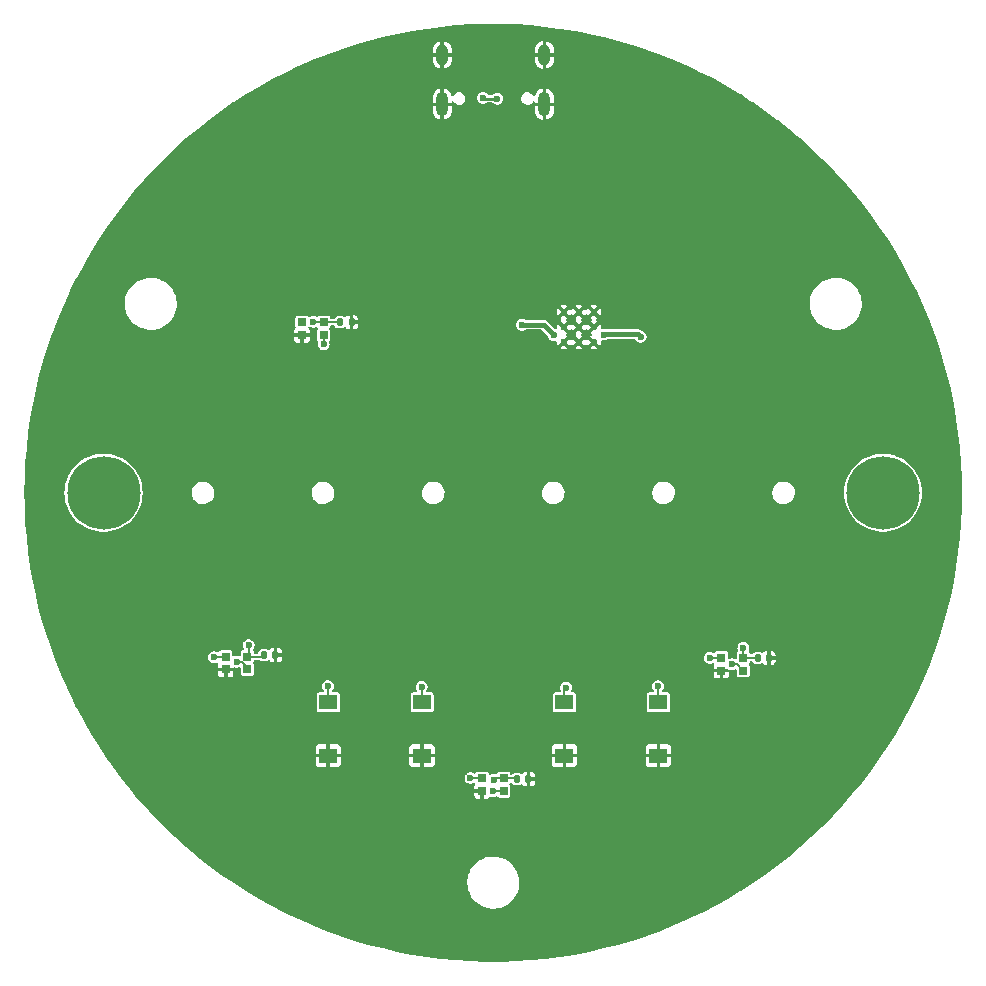
<source format=gbr>
G04 #@! TF.GenerationSoftware,KiCad,Pcbnew,(7.0.0-0)*
G04 #@! TF.CreationDate,2023-03-04T17:00:40-06:00*
G04 #@! TF.ProjectId,RP2040_minimal,52503230-3430-45f6-9d69-6e696d616c2e,REV1*
G04 #@! TF.SameCoordinates,Original*
G04 #@! TF.FileFunction,Copper,L1,Top*
G04 #@! TF.FilePolarity,Positive*
%FSLAX46Y46*%
G04 Gerber Fmt 4.6, Leading zero omitted, Abs format (unit mm)*
G04 Created by KiCad (PCBNEW (7.0.0-0)) date 2023-03-04 17:00:40*
%MOMM*%
%LPD*%
G01*
G04 APERTURE LIST*
G04 Aperture macros list*
%AMRoundRect*
0 Rectangle with rounded corners*
0 $1 Rounding radius*
0 $2 $3 $4 $5 $6 $7 $8 $9 X,Y pos of 4 corners*
0 Add a 4 corners polygon primitive as box body*
4,1,4,$2,$3,$4,$5,$6,$7,$8,$9,$2,$3,0*
0 Add four circle primitives for the rounded corners*
1,1,$1+$1,$2,$3*
1,1,$1+$1,$4,$5*
1,1,$1+$1,$6,$7*
1,1,$1+$1,$8,$9*
0 Add four rect primitives between the rounded corners*
20,1,$1+$1,$2,$3,$4,$5,0*
20,1,$1+$1,$4,$5,$6,$7,0*
20,1,$1+$1,$6,$7,$8,$9,0*
20,1,$1+$1,$8,$9,$2,$3,0*%
G04 Aperture macros list end*
G04 #@! TA.AperFunction,SMDPad,CuDef*
%ADD10C,6.200000*%
G04 #@! TD*
G04 #@! TA.AperFunction,SMDPad,CuDef*
%ADD11R,1.550000X1.300000*%
G04 #@! TD*
G04 #@! TA.AperFunction,SMDPad,CuDef*
%ADD12R,0.700000X0.700000*%
G04 #@! TD*
G04 #@! TA.AperFunction,SMDPad,CuDef*
%ADD13RoundRect,0.140000X-0.140000X-0.170000X0.140000X-0.170000X0.140000X0.170000X-0.140000X0.170000X0*%
G04 #@! TD*
G04 #@! TA.AperFunction,ComponentPad*
%ADD14C,0.600000*%
G04 #@! TD*
G04 #@! TA.AperFunction,ComponentPad*
%ADD15O,1.000000X1.800000*%
G04 #@! TD*
G04 #@! TA.AperFunction,ComponentPad*
%ADD16O,1.000000X2.100000*%
G04 #@! TD*
G04 #@! TA.AperFunction,ViaPad*
%ADD17C,0.600000*%
G04 #@! TD*
G04 #@! TA.AperFunction,Conductor*
%ADD18C,0.400000*%
G04 #@! TD*
G04 #@! TA.AperFunction,Conductor*
%ADD19C,0.150000*%
G04 #@! TD*
G04 #@! TA.AperFunction,Conductor*
%ADD20C,0.250000*%
G04 #@! TD*
G04 APERTURE END LIST*
D10*
X133000000Y-100000000D03*
D11*
X86024999Y-117749999D03*
X93974999Y-117749999D03*
X86024999Y-122249999D03*
X93974999Y-122249999D03*
D12*
X99059999Y-124149999D03*
X99059999Y-125249999D03*
X100889999Y-125249999D03*
X100889999Y-124149999D03*
D13*
X102010000Y-124240000D03*
X102970000Y-124240000D03*
X122380000Y-113980000D03*
X123340000Y-113980000D03*
D12*
X77349999Y-113861249D03*
X77349999Y-114961249D03*
X79179999Y-114961249D03*
X79179999Y-113861249D03*
D11*
X106024999Y-117749999D03*
X113974999Y-117749999D03*
X106024999Y-122249999D03*
X113974999Y-122249999D03*
D10*
X67000000Y-100000000D03*
D12*
X83804999Y-85549999D03*
X83804999Y-86649999D03*
X85634999Y-86649999D03*
X85634999Y-85549999D03*
X119314999Y-113949999D03*
X119314999Y-115049999D03*
X121144999Y-115049999D03*
X121144999Y-113949999D03*
D13*
X80600000Y-113731250D03*
X81560000Y-113731250D03*
X87045000Y-85560000D03*
X88005000Y-85560000D03*
D14*
X108522500Y-84692500D03*
X107247500Y-84692500D03*
X105972500Y-84692500D03*
X108522500Y-85967500D03*
X107247500Y-85967500D03*
X105972500Y-85967500D03*
X108522500Y-87242500D03*
X107247500Y-87242500D03*
X105972500Y-87242500D03*
D15*
X95679999Y-62934999D03*
D16*
X95679999Y-67114999D03*
D15*
X104319999Y-62934999D03*
D16*
X104319999Y-67114999D03*
D17*
X115424519Y-85494000D03*
X120225019Y-83828500D03*
X117810019Y-85066000D03*
X121735019Y-79676000D03*
X118495019Y-79716000D03*
X118825019Y-88528500D03*
X106980000Y-81280000D03*
X83060000Y-113131250D03*
X92697500Y-89461000D03*
X110090000Y-91005000D03*
X114154519Y-83017500D03*
X102890000Y-92590000D03*
X110370000Y-81230000D03*
X81420000Y-101050000D03*
X89950000Y-71000000D03*
X98947500Y-122577500D03*
X119530000Y-74800000D03*
X99407500Y-89970000D03*
X77410000Y-111901250D03*
X120170000Y-111220000D03*
X99180000Y-101290000D03*
X103922501Y-124837499D03*
X107380000Y-70500000D03*
X81795000Y-86270000D03*
X125350000Y-89300000D03*
X116313519Y-86700500D03*
X87445000Y-87500000D03*
X115054490Y-86383494D03*
X96680000Y-75900000D03*
X101750000Y-71250000D03*
X121925019Y-88528500D03*
X116090000Y-102020000D03*
X99420000Y-88980000D03*
X81600000Y-82930000D03*
X95990000Y-98230000D03*
X79520000Y-95210000D03*
X103960000Y-92640000D03*
X116325019Y-81112500D03*
X103190000Y-68970000D03*
X125170000Y-113380000D03*
X120790000Y-100780000D03*
X99547500Y-85917500D03*
X111640000Y-77750000D03*
X97190000Y-70410000D03*
X96040000Y-68790000D03*
X99567500Y-84857500D03*
X115054504Y-87502500D03*
X81140000Y-74000000D03*
X101952500Y-93470000D03*
X117760019Y-82766000D03*
X108500000Y-70430000D03*
X102447494Y-85767500D03*
X105147500Y-86657500D03*
X112472500Y-86802500D03*
X109357500Y-86605000D03*
X76370000Y-113911250D03*
X99130000Y-66570000D03*
X100355500Y-66625878D03*
X121180000Y-113110000D03*
X84770000Y-85510000D03*
X79280000Y-112898750D03*
X100027500Y-124297500D03*
X120170000Y-114510000D03*
X118350000Y-113970000D03*
X99997500Y-125267500D03*
X98070000Y-124150000D03*
X78270000Y-114298750D03*
X85640000Y-87420000D03*
X106150000Y-116500000D03*
X113960000Y-116390000D03*
X85990000Y-116380000D03*
X93930000Y-116430000D03*
D18*
X109414970Y-86560000D02*
X109382470Y-86592500D01*
X102447494Y-85767500D02*
X104257500Y-85767500D01*
X104257500Y-85767500D02*
X105147500Y-86657500D01*
X112472500Y-86802500D02*
X112230000Y-86560000D01*
X112230000Y-86560000D02*
X109414970Y-86560000D01*
D19*
X76370000Y-113911250D02*
X77360000Y-113911250D01*
D20*
X99114122Y-66625878D02*
X99130000Y-66570000D01*
X99080000Y-66660000D02*
X99114122Y-66625878D01*
X99185878Y-66625878D02*
X100355500Y-66625878D01*
X99130000Y-66570000D02*
X99185878Y-66625878D01*
D19*
X121145000Y-113950000D02*
X122350000Y-113950000D01*
X85635000Y-85550000D02*
X87035000Y-85550000D01*
X84820000Y-85550000D02*
X84860000Y-85550000D01*
X100175000Y-124150000D02*
X100027500Y-124297500D01*
X87035000Y-85550000D02*
X87045000Y-85560000D01*
X85635000Y-85550000D02*
X84900000Y-85550000D01*
X80420000Y-113911250D02*
X80600000Y-113731250D01*
X121180000Y-113110000D02*
X121180000Y-113915000D01*
X84770000Y-85510000D02*
X84820000Y-85550000D01*
X121180000Y-113915000D02*
X121145000Y-113950000D01*
X84900000Y-85550000D02*
X84770000Y-85510000D01*
X100890000Y-124150000D02*
X101920000Y-124150000D01*
X85450000Y-85365000D02*
X85635000Y-85550000D01*
X122350000Y-113950000D02*
X122380000Y-113980000D01*
X79280000Y-112898750D02*
X79280000Y-113761250D01*
X79280000Y-113761250D02*
X79180000Y-113861250D01*
X100890000Y-124150000D02*
X100175000Y-124150000D01*
X79190000Y-113911250D02*
X80420000Y-113911250D01*
X120605000Y-114510000D02*
X121145000Y-115050000D01*
X120170000Y-114510000D02*
X120605000Y-114510000D01*
X119315000Y-113950000D02*
X118480000Y-113950000D01*
X118480000Y-113950000D02*
X118350000Y-113970000D01*
X118440000Y-113950000D02*
X118460000Y-113950000D01*
X118350000Y-113970000D02*
X118440000Y-113950000D01*
X100872500Y-125267500D02*
X100890000Y-125250000D01*
X99997500Y-125267500D02*
X100872500Y-125267500D01*
X98070000Y-124150000D02*
X99060000Y-124150000D01*
X78270000Y-114298750D02*
X78705000Y-114298750D01*
X78705000Y-114298750D02*
X79245000Y-114838750D01*
X85635000Y-86650000D02*
X85635000Y-87415000D01*
X85635000Y-87415000D02*
X85640000Y-87420000D01*
X106160000Y-116510000D02*
X106160000Y-116630000D01*
X113975000Y-116405000D02*
X113975000Y-116555000D01*
X113975000Y-117750000D02*
X113975000Y-116405000D01*
X113975000Y-116405000D02*
X113960000Y-116390000D01*
X106025000Y-116625000D02*
X106025000Y-117750000D01*
X106150000Y-116500000D02*
X106025000Y-116625000D01*
X106150000Y-116500000D02*
X106160000Y-116510000D01*
X85990000Y-116420000D02*
X85990000Y-116380000D01*
X93970000Y-116430000D02*
X93930000Y-116430000D01*
X85990000Y-116380000D02*
X85950000Y-116380000D01*
X86025000Y-117750000D02*
X86025000Y-116455000D01*
X93975000Y-117750000D02*
X93975000Y-116435000D01*
X86025000Y-116455000D02*
X85990000Y-116420000D01*
X93930000Y-116430000D02*
X93930000Y-116390000D01*
X85950000Y-116380000D02*
X85980000Y-116410000D01*
X93930000Y-116390000D02*
X93950000Y-116410000D01*
X93975000Y-116435000D02*
X93970000Y-116430000D01*
G04 #@! TA.AperFunction,Conductor*
G36*
X100631446Y-60305547D02*
G01*
X101887433Y-60345416D01*
X101890490Y-60345562D01*
X103144637Y-60425265D01*
X103147726Y-60425511D01*
X104398656Y-60544960D01*
X104401768Y-60545307D01*
X105605349Y-60698907D01*
X105648300Y-60704389D01*
X105651409Y-60704837D01*
X106892177Y-60903374D01*
X106895271Y-60903919D01*
X107429066Y-61006799D01*
X108129172Y-61141733D01*
X108132236Y-61142373D01*
X109358004Y-61419226D01*
X109361028Y-61419960D01*
X110577351Y-61735552D01*
X110580378Y-61736389D01*
X111786095Y-62090419D01*
X111789078Y-62091346D01*
X112611286Y-62361386D01*
X112982925Y-62483444D01*
X112985892Y-62484470D01*
X114166765Y-62914272D01*
X114169665Y-62915381D01*
X114625906Y-63098033D01*
X115336237Y-63382407D01*
X115339129Y-63383618D01*
X116490354Y-63887446D01*
X116493150Y-63888723D01*
X116982376Y-64121595D01*
X117627812Y-64428824D01*
X117630626Y-64430219D01*
X118747539Y-65006027D01*
X118750308Y-65007511D01*
X119848377Y-65618460D01*
X119851095Y-65620029D01*
X120929254Y-66265526D01*
X120931892Y-66267164D01*
X121749540Y-66792634D01*
X121989018Y-66946537D01*
X121991634Y-66948277D01*
X123026669Y-67660847D01*
X123029228Y-67662669D01*
X124041144Y-68407727D01*
X124043644Y-68409630D01*
X124097007Y-68451595D01*
X125031416Y-69186421D01*
X125033817Y-69188372D01*
X125722706Y-69766419D01*
X125996439Y-69996109D01*
X125998813Y-69998166D01*
X126935299Y-70836016D01*
X126937607Y-70838147D01*
X127847068Y-71705317D01*
X127849307Y-71707521D01*
X128730780Y-72603092D01*
X128732948Y-72605366D01*
X129225847Y-73139005D01*
X129416589Y-73345513D01*
X129585567Y-73528457D01*
X129587648Y-73530783D01*
X130410550Y-74480463D01*
X130412569Y-74482869D01*
X131204930Y-75458185D01*
X131206872Y-75460655D01*
X131967861Y-76460583D01*
X131969724Y-76463112D01*
X132698647Y-77486742D01*
X132700428Y-77489330D01*
X133396468Y-78535512D01*
X133398167Y-78538155D01*
X134060677Y-79605917D01*
X134062291Y-79608612D01*
X134690601Y-80696879D01*
X134692128Y-80699624D01*
X135229027Y-81701699D01*
X135285586Y-81807260D01*
X135287019Y-81810041D01*
X135396835Y-82031617D01*
X135845026Y-82935934D01*
X135846377Y-82938771D01*
X136368401Y-84081843D01*
X136369660Y-84084721D01*
X136855129Y-85243720D01*
X136856296Y-85246634D01*
X137304710Y-86420357D01*
X137304771Y-86420515D01*
X137305840Y-86423454D01*
X137390152Y-86667056D01*
X137716837Y-87610953D01*
X137717817Y-87613938D01*
X138090924Y-88813857D01*
X138091809Y-88816871D01*
X138426660Y-90028036D01*
X138427449Y-90031077D01*
X138723704Y-91252256D01*
X138724396Y-91255320D01*
X138981753Y-92485269D01*
X138982348Y-92488354D01*
X139200559Y-93725887D01*
X139201055Y-93728989D01*
X139379884Y-94972777D01*
X139380282Y-94975893D01*
X139519562Y-96224749D01*
X139519861Y-96227876D01*
X139619448Y-97480543D01*
X139619647Y-97483678D01*
X139679437Y-98738837D01*
X139679537Y-98741977D01*
X139699475Y-99998428D01*
X139699475Y-100001570D01*
X139679537Y-101258022D01*
X139679437Y-101261162D01*
X139619647Y-102516321D01*
X139619448Y-102519456D01*
X139519861Y-103772123D01*
X139519562Y-103775250D01*
X139380282Y-105024106D01*
X139379884Y-105027222D01*
X139201055Y-106271010D01*
X139200559Y-106274112D01*
X138982348Y-107511645D01*
X138981753Y-107514730D01*
X138724396Y-108744679D01*
X138723704Y-108747743D01*
X138427449Y-109968922D01*
X138426660Y-109971963D01*
X138091809Y-111183128D01*
X138090924Y-111186142D01*
X137717817Y-112386061D01*
X137716837Y-112389046D01*
X137305845Y-113576532D01*
X137304771Y-113579484D01*
X136856297Y-114753363D01*
X136855129Y-114756279D01*
X136369660Y-115915278D01*
X136368401Y-115918156D01*
X135846377Y-117061228D01*
X135845026Y-117064065D01*
X135287025Y-118189947D01*
X135285586Y-118192739D01*
X134692128Y-119300375D01*
X134690601Y-119303120D01*
X134062291Y-120391387D01*
X134060677Y-120394082D01*
X133398167Y-121461844D01*
X133396468Y-121464487D01*
X132700428Y-122510669D01*
X132698647Y-122513257D01*
X131969724Y-123536887D01*
X131967861Y-123539416D01*
X131206872Y-124539344D01*
X131204930Y-124541814D01*
X130412569Y-125517130D01*
X130410550Y-125519536D01*
X129587661Y-126469201D01*
X129585567Y-126471542D01*
X128732948Y-127394633D01*
X128730780Y-127396907D01*
X127849307Y-128292478D01*
X127847068Y-128294682D01*
X126937607Y-129161852D01*
X126935299Y-129163983D01*
X125998813Y-130001833D01*
X125996439Y-130003890D01*
X125033835Y-130811612D01*
X125031397Y-130813593D01*
X124043644Y-131590369D01*
X124041144Y-131592272D01*
X123029228Y-132337330D01*
X123026669Y-132339152D01*
X121991634Y-133051722D01*
X121989018Y-133053462D01*
X120931907Y-133732826D01*
X120929238Y-133734482D01*
X119851098Y-134379968D01*
X119848377Y-134381539D01*
X118750308Y-134992488D01*
X118747539Y-134993972D01*
X117630626Y-135569780D01*
X117627812Y-135571175D01*
X116493181Y-136111262D01*
X116490323Y-136112567D01*
X115339134Y-136616379D01*
X115336237Y-136617592D01*
X114169682Y-137084611D01*
X114166747Y-137085733D01*
X112985894Y-137515528D01*
X112982925Y-137516555D01*
X111789095Y-137908647D01*
X111786095Y-137909580D01*
X110580378Y-138263610D01*
X110577351Y-138264447D01*
X109361043Y-138580035D01*
X109357990Y-138580776D01*
X108132241Y-138857624D01*
X108129166Y-138858267D01*
X106895271Y-139096080D01*
X106892177Y-139096625D01*
X105651409Y-139295162D01*
X105648300Y-139295610D01*
X104401773Y-139454691D01*
X104398651Y-139455039D01*
X103147748Y-139574486D01*
X103144616Y-139574735D01*
X101890530Y-139654435D01*
X101887392Y-139654584D01*
X100631446Y-139694453D01*
X100628305Y-139694503D01*
X99371695Y-139694503D01*
X99368554Y-139694453D01*
X98112607Y-139654584D01*
X98109469Y-139654435D01*
X96855383Y-139574735D01*
X96852251Y-139574486D01*
X95601348Y-139455039D01*
X95598226Y-139454691D01*
X94351699Y-139295610D01*
X94348590Y-139295162D01*
X93107822Y-139096625D01*
X93104728Y-139096080D01*
X91870833Y-138858267D01*
X91867758Y-138857624D01*
X90642009Y-138580776D01*
X90638956Y-138580035D01*
X89422648Y-138264447D01*
X89419621Y-138263610D01*
X88213904Y-137909580D01*
X88210904Y-137908647D01*
X87017074Y-137516555D01*
X87014105Y-137515528D01*
X85833252Y-137085733D01*
X85830317Y-137084611D01*
X84663762Y-136617592D01*
X84660865Y-136616379D01*
X83509676Y-136112567D01*
X83506818Y-136111262D01*
X82372187Y-135571175D01*
X82369373Y-135569780D01*
X81252460Y-134993972D01*
X81249691Y-134992488D01*
X80151622Y-134381539D01*
X80148901Y-134379968D01*
X79070761Y-133734482D01*
X79068092Y-133732826D01*
X78042463Y-133073694D01*
X97795807Y-133073694D01*
X97796137Y-133076982D01*
X97796138Y-133076988D01*
X97822182Y-133335873D01*
X97825296Y-133366827D01*
X97826063Y-133370046D01*
X97826064Y-133370051D01*
X97892823Y-133650186D01*
X97892826Y-133650196D01*
X97893593Y-133653414D01*
X97894784Y-133656508D01*
X97894785Y-133656509D01*
X97998287Y-133925247D01*
X97998291Y-133925256D01*
X97999479Y-133928340D01*
X98001067Y-133931238D01*
X98001070Y-133931244D01*
X98125250Y-134157844D01*
X98141064Y-134186700D01*
X98143019Y-134189353D01*
X98143022Y-134189358D01*
X98284060Y-134380776D01*
X98315822Y-134423884D01*
X98520635Y-134635658D01*
X98751846Y-134818244D01*
X99005331Y-134968383D01*
X99276566Y-135083397D01*
X99560710Y-135161232D01*
X99852694Y-135200500D01*
X100071910Y-135200500D01*
X100073571Y-135200500D01*
X100293954Y-135185747D01*
X100582663Y-135127064D01*
X100860974Y-135030424D01*
X101123921Y-134897551D01*
X101366812Y-134730816D01*
X101585312Y-134533195D01*
X101775522Y-134308213D01*
X101934047Y-134059887D01*
X102058060Y-133792647D01*
X102145346Y-133511262D01*
X102194349Y-133220754D01*
X102204193Y-132926306D01*
X102174704Y-132633173D01*
X102106407Y-132346586D01*
X102000521Y-132071660D01*
X101858936Y-131813300D01*
X101684178Y-131576116D01*
X101479365Y-131364342D01*
X101476771Y-131362293D01*
X101476766Y-131362289D01*
X101250751Y-131183807D01*
X101248154Y-131181756D01*
X101245311Y-131180072D01*
X101245308Y-131180070D01*
X100997511Y-131033300D01*
X100997507Y-131033298D01*
X100994669Y-131031617D01*
X100991627Y-131030327D01*
X100991625Y-131030326D01*
X100726483Y-130917896D01*
X100726484Y-130917896D01*
X100723434Y-130916603D01*
X100692968Y-130908257D01*
X100442485Y-130839643D01*
X100442482Y-130839642D01*
X100439290Y-130838768D01*
X100436011Y-130838327D01*
X100150581Y-130799940D01*
X100150574Y-130799939D01*
X100147306Y-130799500D01*
X99926429Y-130799500D01*
X99924799Y-130799609D01*
X99924772Y-130799610D01*
X99709340Y-130814032D01*
X99709332Y-130814032D01*
X99706046Y-130814253D01*
X99702810Y-130814910D01*
X99702808Y-130814911D01*
X99420586Y-130872275D01*
X99420577Y-130872277D01*
X99417337Y-130872936D01*
X99414210Y-130874021D01*
X99414202Y-130874024D01*
X99142163Y-130968486D01*
X99142153Y-130968489D01*
X99139026Y-130969576D01*
X99136076Y-130971066D01*
X99136061Y-130971073D01*
X98879033Y-131100956D01*
X98879029Y-131100957D01*
X98876079Y-131102449D01*
X98873360Y-131104315D01*
X98873354Y-131104319D01*
X98635910Y-131267315D01*
X98635905Y-131267318D01*
X98633188Y-131269184D01*
X98630747Y-131271391D01*
X98630739Y-131271398D01*
X98417133Y-131464593D01*
X98417128Y-131464598D01*
X98414688Y-131466805D01*
X98412560Y-131469321D01*
X98412557Y-131469325D01*
X98226616Y-131689257D01*
X98226609Y-131689265D01*
X98224478Y-131691787D01*
X98222698Y-131694574D01*
X98222693Y-131694582D01*
X98067734Y-131937322D01*
X98067729Y-131937329D01*
X98065953Y-131940113D01*
X98064563Y-131943108D01*
X98064561Y-131943112D01*
X98003474Y-132074752D01*
X97941940Y-132207353D01*
X97940963Y-132210501D01*
X97940957Y-132210518D01*
X97855637Y-132485567D01*
X97855634Y-132485576D01*
X97854654Y-132488738D01*
X97854102Y-132492005D01*
X97854102Y-132492009D01*
X97829735Y-132636469D01*
X97805651Y-132779246D01*
X97805540Y-132782549D01*
X97805540Y-132782555D01*
X97795917Y-133070385D01*
X97795917Y-133070394D01*
X97795807Y-133073694D01*
X78042463Y-133073694D01*
X78010981Y-133053462D01*
X78008365Y-133051722D01*
X76973330Y-132339152D01*
X76970771Y-132337330D01*
X75958855Y-131592272D01*
X75956355Y-131590369D01*
X75165565Y-130968486D01*
X74968590Y-130813583D01*
X74966164Y-130811612D01*
X74003560Y-130003890D01*
X74001186Y-130001833D01*
X73064700Y-129163983D01*
X73062392Y-129161852D01*
X72152931Y-128294682D01*
X72150692Y-128292478D01*
X71269219Y-127396907D01*
X71267051Y-127394633D01*
X70837615Y-126929703D01*
X70414416Y-126471524D01*
X70412354Y-126469219D01*
X69695511Y-125641937D01*
X98410001Y-125641937D01*
X98410329Y-125647627D01*
X98412052Y-125662479D01*
X98415917Y-125676685D01*
X98454508Y-125764088D01*
X98464697Y-125778962D01*
X98531037Y-125845302D01*
X98545911Y-125855491D01*
X98633312Y-125894082D01*
X98647524Y-125897948D01*
X98662358Y-125899669D01*
X98668072Y-125900000D01*
X98896967Y-125900000D01*
X98907245Y-125897245D01*
X98910000Y-125886967D01*
X98910000Y-125413033D01*
X98907245Y-125402754D01*
X98896967Y-125400000D01*
X98423034Y-125400000D01*
X98412755Y-125402754D01*
X98410001Y-125413033D01*
X98410001Y-125641937D01*
X69695511Y-125641937D01*
X69589440Y-125519525D01*
X69587430Y-125517130D01*
X69494509Y-125402754D01*
X68967272Y-124753779D01*
X68795069Y-124541814D01*
X68793127Y-124539344D01*
X68496819Y-124150000D01*
X97564353Y-124150000D01*
X97565361Y-124157011D01*
X97583826Y-124285443D01*
X97583827Y-124285446D01*
X97584835Y-124292457D01*
X97587777Y-124298899D01*
X97587778Y-124298902D01*
X97635334Y-124403033D01*
X97644623Y-124423373D01*
X97738872Y-124532143D01*
X97744826Y-124535969D01*
X97744828Y-124535971D01*
X97794883Y-124568139D01*
X97859947Y-124609953D01*
X97998039Y-124650500D01*
X98134883Y-124650500D01*
X98141961Y-124650500D01*
X98280053Y-124609953D01*
X98333942Y-124575320D01*
X98385218Y-124559630D01*
X98437155Y-124572979D01*
X98474513Y-124611450D01*
X98486330Y-124663757D01*
X98469140Y-124714552D01*
X98454508Y-124735912D01*
X98415917Y-124823312D01*
X98412051Y-124837524D01*
X98410330Y-124852358D01*
X98410000Y-124858072D01*
X98410000Y-125086967D01*
X98412754Y-125097245D01*
X98423033Y-125100000D01*
X99111000Y-125100000D01*
X99160500Y-125113263D01*
X99196737Y-125149500D01*
X99210000Y-125199000D01*
X99210000Y-125886966D01*
X99212754Y-125897244D01*
X99223033Y-125899999D01*
X99451937Y-125899999D01*
X99457627Y-125899670D01*
X99472479Y-125897947D01*
X99486685Y-125894082D01*
X99574088Y-125855491D01*
X99588962Y-125845302D01*
X99655301Y-125778963D01*
X99667185Y-125761614D01*
X99701050Y-125730870D01*
X99745120Y-125718630D01*
X99786435Y-125726802D01*
X99787447Y-125727453D01*
X99925539Y-125768000D01*
X100062383Y-125768000D01*
X100069461Y-125768000D01*
X100207553Y-125727453D01*
X100249201Y-125700687D01*
X100297420Y-125685114D01*
X100347033Y-125695443D01*
X100385035Y-125728969D01*
X100390027Y-125736440D01*
X100390028Y-125736441D01*
X100395448Y-125744552D01*
X100461769Y-125788867D01*
X100520252Y-125800500D01*
X101254890Y-125800500D01*
X101259748Y-125800500D01*
X101318231Y-125788867D01*
X101384552Y-125744552D01*
X101428867Y-125678231D01*
X101440500Y-125619748D01*
X101440500Y-124880252D01*
X101428867Y-124821769D01*
X101384552Y-124755448D01*
X101384552Y-124755447D01*
X101387049Y-124753779D01*
X101370794Y-124725623D01*
X101370794Y-124674377D01*
X101387049Y-124646222D01*
X101384551Y-124644553D01*
X101398359Y-124623888D01*
X101416183Y-124597212D01*
X101451353Y-124565162D01*
X101497418Y-124553223D01*
X101543732Y-124564156D01*
X101579594Y-124595436D01*
X101583115Y-124600465D01*
X101586776Y-124608316D01*
X101671684Y-124693224D01*
X101780513Y-124743972D01*
X101830099Y-124750500D01*
X102189900Y-124750499D01*
X102239487Y-124743972D01*
X102348316Y-124693224D01*
X102354439Y-124687100D01*
X102361539Y-124682130D01*
X102363186Y-124684483D01*
X102398895Y-124665024D01*
X102454749Y-124669199D01*
X102499398Y-124703015D01*
X102510952Y-124718670D01*
X102521329Y-124729047D01*
X102616111Y-124799000D01*
X102629080Y-124805855D01*
X102741587Y-124845222D01*
X102753270Y-124847775D01*
X102774700Y-124849784D01*
X102779308Y-124850000D01*
X102806967Y-124850000D01*
X102817245Y-124847245D01*
X102820000Y-124836967D01*
X102820000Y-124836966D01*
X103120000Y-124836966D01*
X103122754Y-124847244D01*
X103133033Y-124849999D01*
X103160688Y-124849999D01*
X103165305Y-124849783D01*
X103186722Y-124847775D01*
X103198416Y-124845221D01*
X103310919Y-124805855D01*
X103323888Y-124799000D01*
X103418670Y-124729047D01*
X103429047Y-124718670D01*
X103499000Y-124623888D01*
X103505855Y-124610919D01*
X103545222Y-124498412D01*
X103547775Y-124486729D01*
X103549784Y-124465299D01*
X103550000Y-124460692D01*
X103550000Y-124403033D01*
X103547245Y-124392754D01*
X103536967Y-124390000D01*
X103133033Y-124390000D01*
X103122754Y-124392754D01*
X103120000Y-124403033D01*
X103120000Y-124836966D01*
X102820000Y-124836966D01*
X102820000Y-124076967D01*
X103120000Y-124076967D01*
X103122754Y-124087245D01*
X103133033Y-124090000D01*
X103536966Y-124090000D01*
X103547244Y-124087245D01*
X103549999Y-124076967D01*
X103549999Y-124019312D01*
X103549783Y-124014694D01*
X103547775Y-123993277D01*
X103545221Y-123981583D01*
X103505855Y-123869080D01*
X103499000Y-123856111D01*
X103429047Y-123761329D01*
X103418670Y-123750952D01*
X103323888Y-123680999D01*
X103310919Y-123674144D01*
X103198412Y-123634777D01*
X103186729Y-123632224D01*
X103165299Y-123630215D01*
X103160692Y-123630000D01*
X103133033Y-123630000D01*
X103122754Y-123632754D01*
X103120000Y-123643033D01*
X103120000Y-124076967D01*
X102820000Y-124076967D01*
X102820000Y-123643034D01*
X102817245Y-123632755D01*
X102806967Y-123630001D01*
X102779312Y-123630001D01*
X102774694Y-123630216D01*
X102753277Y-123632224D01*
X102741583Y-123634778D01*
X102629080Y-123674144D01*
X102616111Y-123680999D01*
X102521329Y-123750952D01*
X102510949Y-123761332D01*
X102499396Y-123776986D01*
X102454758Y-123810796D01*
X102398917Y-123814980D01*
X102363183Y-123795520D01*
X102361539Y-123797870D01*
X102354438Y-123792898D01*
X102348316Y-123786776D01*
X102334325Y-123780252D01*
X102246355Y-123739230D01*
X102246351Y-123739228D01*
X102239487Y-123736028D01*
X102231979Y-123735039D01*
X102231974Y-123735038D01*
X102193114Y-123729923D01*
X102189901Y-123729500D01*
X102186660Y-123729500D01*
X101833342Y-123729500D01*
X101833326Y-123729500D01*
X101830100Y-123729501D01*
X101826890Y-123729923D01*
X101826882Y-123729924D01*
X101788025Y-123735039D01*
X101788023Y-123735039D01*
X101780513Y-123736028D01*
X101773648Y-123739228D01*
X101773645Y-123739230D01*
X101679534Y-123783115D01*
X101679531Y-123783116D01*
X101671684Y-123786776D01*
X101665564Y-123792895D01*
X101665561Y-123792898D01*
X101612956Y-123845504D01*
X101580838Y-123866964D01*
X101542952Y-123874500D01*
X101539032Y-123874500D01*
X101492363Y-123862810D01*
X101456716Y-123830501D01*
X101440509Y-123785202D01*
X101440500Y-123785110D01*
X101440500Y-123780252D01*
X101428867Y-123721769D01*
X101384552Y-123655448D01*
X101376441Y-123650028D01*
X101326340Y-123616551D01*
X101326338Y-123616550D01*
X101318231Y-123611133D01*
X101308667Y-123609230D01*
X101308666Y-123609230D01*
X101264511Y-123600447D01*
X101264506Y-123600446D01*
X101259748Y-123599500D01*
X100520252Y-123599500D01*
X100515494Y-123600446D01*
X100515488Y-123600447D01*
X100471333Y-123609230D01*
X100471330Y-123609231D01*
X100461769Y-123611133D01*
X100453663Y-123616549D01*
X100453659Y-123616551D01*
X100403558Y-123650028D01*
X100403555Y-123650030D01*
X100395448Y-123655448D01*
X100390030Y-123663555D01*
X100390028Y-123663558D01*
X100356551Y-123713659D01*
X100356549Y-123713663D01*
X100351133Y-123721769D01*
X100349230Y-123731333D01*
X100349229Y-123731337D01*
X100344224Y-123756495D01*
X100319583Y-123804640D01*
X100273318Y-123832651D01*
X100219236Y-123832168D01*
X100106252Y-123798994D01*
X100099461Y-123797000D01*
X99955539Y-123797000D01*
X99948748Y-123798993D01*
X99948747Y-123798994D01*
X99824240Y-123835552D01*
X99824237Y-123835553D01*
X99817447Y-123837547D01*
X99811494Y-123841372D01*
X99811489Y-123841375D01*
X99763023Y-123872523D01*
X99713033Y-123888176D01*
X99662054Y-123876129D01*
X99624359Y-123839756D01*
X99610500Y-123789239D01*
X99610500Y-123785110D01*
X99610500Y-123780252D01*
X99598867Y-123721769D01*
X99554552Y-123655448D01*
X99546441Y-123650028D01*
X99496340Y-123616551D01*
X99496338Y-123616550D01*
X99488231Y-123611133D01*
X99478667Y-123609230D01*
X99478666Y-123609230D01*
X99434511Y-123600447D01*
X99434506Y-123600446D01*
X99429748Y-123599500D01*
X98690252Y-123599500D01*
X98685494Y-123600446D01*
X98685488Y-123600447D01*
X98641333Y-123609230D01*
X98641330Y-123609231D01*
X98631769Y-123611133D01*
X98623663Y-123616549D01*
X98623659Y-123616551D01*
X98573558Y-123650028D01*
X98573555Y-123650030D01*
X98565448Y-123655448D01*
X98560030Y-123663555D01*
X98560028Y-123663558D01*
X98521133Y-123721769D01*
X98519585Y-123720734D01*
X98491804Y-123754785D01*
X98437495Y-123771786D01*
X98382798Y-123756077D01*
X98286010Y-123693875D01*
X98286008Y-123693874D01*
X98280053Y-123690047D01*
X98141961Y-123649500D01*
X97998039Y-123649500D01*
X97991248Y-123651493D01*
X97991247Y-123651494D01*
X97866740Y-123688052D01*
X97866737Y-123688053D01*
X97859947Y-123690047D01*
X97853994Y-123693872D01*
X97853989Y-123693875D01*
X97744828Y-123764028D01*
X97744822Y-123764033D01*
X97738872Y-123767857D01*
X97734236Y-123773206D01*
X97734235Y-123773208D01*
X97649263Y-123871271D01*
X97649260Y-123871275D01*
X97644623Y-123876627D01*
X97641680Y-123883070D01*
X97641678Y-123883074D01*
X97587778Y-124001097D01*
X97587776Y-124001102D01*
X97584835Y-124007543D01*
X97583827Y-124014551D01*
X97583826Y-124014556D01*
X97565361Y-124142989D01*
X97564353Y-124150000D01*
X68496819Y-124150000D01*
X68032138Y-123539416D01*
X68030275Y-123536887D01*
X67606613Y-122941937D01*
X84950001Y-122941937D01*
X84950329Y-122947627D01*
X84952052Y-122962479D01*
X84955917Y-122976685D01*
X84994508Y-123064088D01*
X85004697Y-123078962D01*
X85071037Y-123145302D01*
X85085911Y-123155491D01*
X85173312Y-123194082D01*
X85187524Y-123197948D01*
X85202358Y-123199669D01*
X85208072Y-123200000D01*
X85861967Y-123200000D01*
X85872245Y-123197245D01*
X85875000Y-123186967D01*
X85875000Y-123186966D01*
X86175000Y-123186966D01*
X86177754Y-123197244D01*
X86188033Y-123199999D01*
X86841937Y-123199999D01*
X86847627Y-123199670D01*
X86862479Y-123197947D01*
X86876685Y-123194082D01*
X86964088Y-123155491D01*
X86978962Y-123145302D01*
X87045302Y-123078962D01*
X87055491Y-123064088D01*
X87094082Y-122976687D01*
X87097948Y-122962475D01*
X87099669Y-122947641D01*
X87099999Y-122941937D01*
X92900001Y-122941937D01*
X92900329Y-122947627D01*
X92902052Y-122962479D01*
X92905917Y-122976685D01*
X92944508Y-123064088D01*
X92954697Y-123078962D01*
X93021037Y-123145302D01*
X93035911Y-123155491D01*
X93123312Y-123194082D01*
X93137524Y-123197948D01*
X93152358Y-123199669D01*
X93158072Y-123200000D01*
X93811967Y-123200000D01*
X93822245Y-123197245D01*
X93825000Y-123186967D01*
X93825000Y-123186966D01*
X94125000Y-123186966D01*
X94127754Y-123197244D01*
X94138033Y-123199999D01*
X94791937Y-123199999D01*
X94797627Y-123199670D01*
X94812479Y-123197947D01*
X94826685Y-123194082D01*
X94914088Y-123155491D01*
X94928962Y-123145302D01*
X94995302Y-123078962D01*
X95005491Y-123064088D01*
X95044082Y-122976687D01*
X95047948Y-122962475D01*
X95049669Y-122947641D01*
X95049999Y-122941937D01*
X104950001Y-122941937D01*
X104950329Y-122947627D01*
X104952052Y-122962479D01*
X104955917Y-122976685D01*
X104994508Y-123064088D01*
X105004697Y-123078962D01*
X105071037Y-123145302D01*
X105085911Y-123155491D01*
X105173312Y-123194082D01*
X105187524Y-123197948D01*
X105202358Y-123199669D01*
X105208072Y-123200000D01*
X105861967Y-123200000D01*
X105872245Y-123197245D01*
X105875000Y-123186967D01*
X105875000Y-123186966D01*
X106175000Y-123186966D01*
X106177754Y-123197244D01*
X106188033Y-123199999D01*
X106841937Y-123199999D01*
X106847627Y-123199670D01*
X106862479Y-123197947D01*
X106876685Y-123194082D01*
X106964088Y-123155491D01*
X106978962Y-123145302D01*
X107045302Y-123078962D01*
X107055491Y-123064088D01*
X107094082Y-122976687D01*
X107097948Y-122962475D01*
X107099669Y-122947641D01*
X107099999Y-122941937D01*
X112900001Y-122941937D01*
X112900329Y-122947627D01*
X112902052Y-122962479D01*
X112905917Y-122976685D01*
X112944508Y-123064088D01*
X112954697Y-123078962D01*
X113021037Y-123145302D01*
X113035911Y-123155491D01*
X113123312Y-123194082D01*
X113137524Y-123197948D01*
X113152358Y-123199669D01*
X113158072Y-123200000D01*
X113811967Y-123200000D01*
X113822245Y-123197245D01*
X113825000Y-123186967D01*
X113825000Y-123186966D01*
X114125000Y-123186966D01*
X114127754Y-123197244D01*
X114138033Y-123199999D01*
X114791937Y-123199999D01*
X114797627Y-123199670D01*
X114812479Y-123197947D01*
X114826685Y-123194082D01*
X114914088Y-123155491D01*
X114928962Y-123145302D01*
X114995302Y-123078962D01*
X115005491Y-123064088D01*
X115044082Y-122976687D01*
X115047948Y-122962475D01*
X115049669Y-122947641D01*
X115050000Y-122941928D01*
X115050000Y-122413033D01*
X115047245Y-122402754D01*
X115036967Y-122400000D01*
X114138033Y-122400000D01*
X114127754Y-122402754D01*
X114125000Y-122413033D01*
X114125000Y-123186966D01*
X113825000Y-123186966D01*
X113825000Y-122413033D01*
X113822245Y-122402754D01*
X113811967Y-122400000D01*
X112913034Y-122400000D01*
X112902755Y-122402754D01*
X112900001Y-122413033D01*
X112900001Y-122941937D01*
X107099999Y-122941937D01*
X107100000Y-122941928D01*
X107100000Y-122413033D01*
X107097245Y-122402754D01*
X107086967Y-122400000D01*
X106188033Y-122400000D01*
X106177754Y-122402754D01*
X106175000Y-122413033D01*
X106175000Y-123186966D01*
X105875000Y-123186966D01*
X105875000Y-122413033D01*
X105872245Y-122402754D01*
X105861967Y-122400000D01*
X104963034Y-122400000D01*
X104952755Y-122402754D01*
X104950001Y-122413033D01*
X104950001Y-122941937D01*
X95049999Y-122941937D01*
X95050000Y-122941928D01*
X95050000Y-122413033D01*
X95047245Y-122402754D01*
X95036967Y-122400000D01*
X94138033Y-122400000D01*
X94127754Y-122402754D01*
X94125000Y-122413033D01*
X94125000Y-123186966D01*
X93825000Y-123186966D01*
X93825000Y-122413033D01*
X93822245Y-122402754D01*
X93811967Y-122400000D01*
X92913034Y-122400000D01*
X92902755Y-122402754D01*
X92900001Y-122413033D01*
X92900001Y-122941937D01*
X87099999Y-122941937D01*
X87100000Y-122941928D01*
X87100000Y-122413033D01*
X87097245Y-122402754D01*
X87086967Y-122400000D01*
X86188033Y-122400000D01*
X86177754Y-122402754D01*
X86175000Y-122413033D01*
X86175000Y-123186966D01*
X85875000Y-123186966D01*
X85875000Y-122413033D01*
X85872245Y-122402754D01*
X85861967Y-122400000D01*
X84963034Y-122400000D01*
X84952755Y-122402754D01*
X84950001Y-122413033D01*
X84950001Y-122941937D01*
X67606613Y-122941937D01*
X67301352Y-122513257D01*
X67299571Y-122510669D01*
X67017676Y-122086967D01*
X84950000Y-122086967D01*
X84952754Y-122097245D01*
X84963033Y-122100000D01*
X85861967Y-122100000D01*
X85872245Y-122097245D01*
X85875000Y-122086967D01*
X86175000Y-122086967D01*
X86177754Y-122097245D01*
X86188033Y-122100000D01*
X87086966Y-122100000D01*
X87097244Y-122097245D01*
X87099999Y-122086967D01*
X92900000Y-122086967D01*
X92902754Y-122097245D01*
X92913033Y-122100000D01*
X93811967Y-122100000D01*
X93822245Y-122097245D01*
X93825000Y-122086967D01*
X94125000Y-122086967D01*
X94127754Y-122097245D01*
X94138033Y-122100000D01*
X95036966Y-122100000D01*
X95047244Y-122097245D01*
X95049999Y-122086967D01*
X104950000Y-122086967D01*
X104952754Y-122097245D01*
X104963033Y-122100000D01*
X105861967Y-122100000D01*
X105872245Y-122097245D01*
X105875000Y-122086967D01*
X106175000Y-122086967D01*
X106177754Y-122097245D01*
X106188033Y-122100000D01*
X107086966Y-122100000D01*
X107097244Y-122097245D01*
X107099999Y-122086967D01*
X112900000Y-122086967D01*
X112902754Y-122097245D01*
X112913033Y-122100000D01*
X113811967Y-122100000D01*
X113822245Y-122097245D01*
X113825000Y-122086967D01*
X114125000Y-122086967D01*
X114127754Y-122097245D01*
X114138033Y-122100000D01*
X115036966Y-122100000D01*
X115047244Y-122097245D01*
X115049999Y-122086967D01*
X115049999Y-121558063D01*
X115049670Y-121552372D01*
X115047947Y-121537520D01*
X115044082Y-121523314D01*
X115005491Y-121435911D01*
X114995302Y-121421037D01*
X114928962Y-121354697D01*
X114914088Y-121344508D01*
X114826687Y-121305917D01*
X114812475Y-121302051D01*
X114797641Y-121300330D01*
X114791928Y-121300000D01*
X114138033Y-121300000D01*
X114127754Y-121302754D01*
X114125000Y-121313033D01*
X114125000Y-122086967D01*
X113825000Y-122086967D01*
X113825000Y-121313034D01*
X113822245Y-121302755D01*
X113811967Y-121300001D01*
X113158063Y-121300001D01*
X113152372Y-121300329D01*
X113137520Y-121302052D01*
X113123314Y-121305917D01*
X113035911Y-121344508D01*
X113021037Y-121354697D01*
X112954697Y-121421037D01*
X112944508Y-121435911D01*
X112905917Y-121523312D01*
X112902051Y-121537524D01*
X112900330Y-121552358D01*
X112900000Y-121558072D01*
X112900000Y-122086967D01*
X107099999Y-122086967D01*
X107099999Y-121558063D01*
X107099670Y-121552372D01*
X107097947Y-121537520D01*
X107094082Y-121523314D01*
X107055491Y-121435911D01*
X107045302Y-121421037D01*
X106978962Y-121354697D01*
X106964088Y-121344508D01*
X106876687Y-121305917D01*
X106862475Y-121302051D01*
X106847641Y-121300330D01*
X106841928Y-121300000D01*
X106188033Y-121300000D01*
X106177754Y-121302754D01*
X106175000Y-121313033D01*
X106175000Y-122086967D01*
X105875000Y-122086967D01*
X105875000Y-121313034D01*
X105872245Y-121302755D01*
X105861967Y-121300001D01*
X105208063Y-121300001D01*
X105202372Y-121300329D01*
X105187520Y-121302052D01*
X105173314Y-121305917D01*
X105085911Y-121344508D01*
X105071037Y-121354697D01*
X105004697Y-121421037D01*
X104994508Y-121435911D01*
X104955917Y-121523312D01*
X104952051Y-121537524D01*
X104950330Y-121552358D01*
X104950000Y-121558072D01*
X104950000Y-122086967D01*
X95049999Y-122086967D01*
X95049999Y-121558063D01*
X95049670Y-121552372D01*
X95047947Y-121537520D01*
X95044082Y-121523314D01*
X95005491Y-121435911D01*
X94995302Y-121421037D01*
X94928962Y-121354697D01*
X94914088Y-121344508D01*
X94826687Y-121305917D01*
X94812475Y-121302051D01*
X94797641Y-121300330D01*
X94791928Y-121300000D01*
X94138033Y-121300000D01*
X94127754Y-121302754D01*
X94125000Y-121313033D01*
X94125000Y-122086967D01*
X93825000Y-122086967D01*
X93825000Y-121313034D01*
X93822245Y-121302755D01*
X93811967Y-121300001D01*
X93158063Y-121300001D01*
X93152372Y-121300329D01*
X93137520Y-121302052D01*
X93123314Y-121305917D01*
X93035911Y-121344508D01*
X93021037Y-121354697D01*
X92954697Y-121421037D01*
X92944508Y-121435911D01*
X92905917Y-121523312D01*
X92902051Y-121537524D01*
X92900330Y-121552358D01*
X92900000Y-121558072D01*
X92900000Y-122086967D01*
X87099999Y-122086967D01*
X87099999Y-121558063D01*
X87099670Y-121552372D01*
X87097947Y-121537520D01*
X87094082Y-121523314D01*
X87055491Y-121435911D01*
X87045302Y-121421037D01*
X86978962Y-121354697D01*
X86964088Y-121344508D01*
X86876687Y-121305917D01*
X86862475Y-121302051D01*
X86847641Y-121300330D01*
X86841928Y-121300000D01*
X86188033Y-121300000D01*
X86177754Y-121302754D01*
X86175000Y-121313033D01*
X86175000Y-122086967D01*
X85875000Y-122086967D01*
X85875000Y-121313034D01*
X85872245Y-121302755D01*
X85861967Y-121300001D01*
X85208063Y-121300001D01*
X85202372Y-121300329D01*
X85187520Y-121302052D01*
X85173314Y-121305917D01*
X85085911Y-121344508D01*
X85071037Y-121354697D01*
X85004697Y-121421037D01*
X84994508Y-121435911D01*
X84955917Y-121523312D01*
X84952051Y-121537524D01*
X84950330Y-121552358D01*
X84950000Y-121558072D01*
X84950000Y-122086967D01*
X67017676Y-122086967D01*
X66691529Y-121596752D01*
X66603524Y-121464477D01*
X66601832Y-121461844D01*
X66585741Y-121435911D01*
X65939317Y-120394075D01*
X65937708Y-120391387D01*
X65309398Y-119303120D01*
X65307871Y-119300375D01*
X64836042Y-118419748D01*
X85049500Y-118419748D01*
X85061133Y-118478231D01*
X85105448Y-118544552D01*
X85171769Y-118588867D01*
X85230252Y-118600500D01*
X86814890Y-118600500D01*
X86819748Y-118600500D01*
X86878231Y-118588867D01*
X86944552Y-118544552D01*
X86988867Y-118478231D01*
X87000500Y-118419748D01*
X92999500Y-118419748D01*
X93011133Y-118478231D01*
X93055448Y-118544552D01*
X93121769Y-118588867D01*
X93180252Y-118600500D01*
X94764890Y-118600500D01*
X94769748Y-118600500D01*
X94828231Y-118588867D01*
X94894552Y-118544552D01*
X94938867Y-118478231D01*
X94950500Y-118419748D01*
X105049500Y-118419748D01*
X105061133Y-118478231D01*
X105105448Y-118544552D01*
X105171769Y-118588867D01*
X105230252Y-118600500D01*
X106814890Y-118600500D01*
X106819748Y-118600500D01*
X106878231Y-118588867D01*
X106944552Y-118544552D01*
X106988867Y-118478231D01*
X107000500Y-118419748D01*
X112999500Y-118419748D01*
X113011133Y-118478231D01*
X113055448Y-118544552D01*
X113121769Y-118588867D01*
X113180252Y-118600500D01*
X114764890Y-118600500D01*
X114769748Y-118600500D01*
X114828231Y-118588867D01*
X114894552Y-118544552D01*
X114938867Y-118478231D01*
X114950500Y-118419748D01*
X114950500Y-117080252D01*
X114938867Y-117021769D01*
X114894552Y-116955448D01*
X114886441Y-116950028D01*
X114836340Y-116916551D01*
X114836338Y-116916550D01*
X114828231Y-116911133D01*
X114818667Y-116909230D01*
X114818666Y-116909230D01*
X114774511Y-116900447D01*
X114774506Y-116900446D01*
X114769748Y-116899500D01*
X114764890Y-116899500D01*
X114397552Y-116899500D01*
X114344029Y-116883784D01*
X114307499Y-116841626D01*
X114299560Y-116786411D01*
X114322731Y-116735670D01*
X114385377Y-116663373D01*
X114445165Y-116532457D01*
X114465647Y-116390000D01*
X114445165Y-116247543D01*
X114385377Y-116116627D01*
X114291128Y-116007857D01*
X114285174Y-116004030D01*
X114285171Y-116004028D01*
X114176010Y-115933875D01*
X114176008Y-115933874D01*
X114170053Y-115930047D01*
X114129201Y-115918052D01*
X114038752Y-115891494D01*
X114031961Y-115889500D01*
X113888039Y-115889500D01*
X113881248Y-115891493D01*
X113881247Y-115891494D01*
X113756740Y-115928052D01*
X113756737Y-115928053D01*
X113749947Y-115930047D01*
X113743994Y-115933872D01*
X113743989Y-115933875D01*
X113634828Y-116004028D01*
X113634822Y-116004033D01*
X113628872Y-116007857D01*
X113624236Y-116013206D01*
X113624235Y-116013208D01*
X113539263Y-116111271D01*
X113539260Y-116111275D01*
X113534623Y-116116627D01*
X113531680Y-116123070D01*
X113531678Y-116123074D01*
X113477778Y-116241097D01*
X113477776Y-116241102D01*
X113474835Y-116247543D01*
X113473827Y-116254551D01*
X113473826Y-116254556D01*
X113458011Y-116364556D01*
X113454353Y-116390000D01*
X113455361Y-116397011D01*
X113473826Y-116525443D01*
X113473827Y-116525446D01*
X113474835Y-116532457D01*
X113477777Y-116538899D01*
X113477778Y-116538902D01*
X113525071Y-116642457D01*
X113534623Y-116663373D01*
X113597268Y-116735670D01*
X113620440Y-116786411D01*
X113612501Y-116841626D01*
X113575971Y-116883784D01*
X113522448Y-116899500D01*
X113180252Y-116899500D01*
X113175494Y-116900446D01*
X113175488Y-116900447D01*
X113131333Y-116909230D01*
X113131330Y-116909231D01*
X113121769Y-116911133D01*
X113113663Y-116916549D01*
X113113659Y-116916551D01*
X113063558Y-116950028D01*
X113063555Y-116950030D01*
X113055448Y-116955448D01*
X113050030Y-116963555D01*
X113050028Y-116963558D01*
X113016551Y-117013659D01*
X113016549Y-117013663D01*
X113011133Y-117021769D01*
X113009231Y-117031330D01*
X113009230Y-117031333D01*
X113000447Y-117075488D01*
X113000446Y-117075494D01*
X112999500Y-117080252D01*
X112999500Y-118419748D01*
X107000500Y-118419748D01*
X107000500Y-117080252D01*
X106988867Y-117021769D01*
X106944552Y-116955448D01*
X106936441Y-116950028D01*
X106886340Y-116916551D01*
X106886338Y-116916550D01*
X106878231Y-116911133D01*
X106868667Y-116909230D01*
X106868666Y-116909230D01*
X106824511Y-116900447D01*
X106824506Y-116900446D01*
X106819748Y-116899500D01*
X106814890Y-116899500D01*
X106671823Y-116899500D01*
X106624377Y-116887390D01*
X106588539Y-116854023D01*
X106573075Y-116807562D01*
X106581769Y-116759375D01*
X106635165Y-116642457D01*
X106655647Y-116500000D01*
X106635165Y-116357543D01*
X106575377Y-116226627D01*
X106481128Y-116117857D01*
X106475174Y-116114030D01*
X106475171Y-116114028D01*
X106366010Y-116043875D01*
X106366008Y-116043874D01*
X106360053Y-116040047D01*
X106248297Y-116007233D01*
X106228752Y-116001494D01*
X106221961Y-115999500D01*
X106078039Y-115999500D01*
X106071248Y-116001493D01*
X106071247Y-116001494D01*
X105946740Y-116038052D01*
X105946737Y-116038053D01*
X105939947Y-116040047D01*
X105933994Y-116043872D01*
X105933989Y-116043875D01*
X105824828Y-116114028D01*
X105824822Y-116114033D01*
X105818872Y-116117857D01*
X105814236Y-116123206D01*
X105814235Y-116123208D01*
X105729263Y-116221271D01*
X105729260Y-116221275D01*
X105724623Y-116226627D01*
X105721680Y-116233070D01*
X105721678Y-116233074D01*
X105667778Y-116351097D01*
X105667776Y-116351102D01*
X105664835Y-116357543D01*
X105663827Y-116364551D01*
X105663826Y-116364556D01*
X105662614Y-116372989D01*
X105644353Y-116500000D01*
X105645361Y-116507011D01*
X105663826Y-116635443D01*
X105663827Y-116635446D01*
X105664835Y-116642457D01*
X105718230Y-116759375D01*
X105726925Y-116807562D01*
X105711461Y-116854023D01*
X105675623Y-116887390D01*
X105628177Y-116899500D01*
X105230252Y-116899500D01*
X105225494Y-116900446D01*
X105225488Y-116900447D01*
X105181333Y-116909230D01*
X105181330Y-116909231D01*
X105171769Y-116911133D01*
X105163663Y-116916549D01*
X105163659Y-116916551D01*
X105113558Y-116950028D01*
X105113555Y-116950030D01*
X105105448Y-116955448D01*
X105100030Y-116963555D01*
X105100028Y-116963558D01*
X105066551Y-117013659D01*
X105066549Y-117013663D01*
X105061133Y-117021769D01*
X105059231Y-117031330D01*
X105059230Y-117031333D01*
X105050447Y-117075488D01*
X105050446Y-117075494D01*
X105049500Y-117080252D01*
X105049500Y-118419748D01*
X94950500Y-118419748D01*
X94950500Y-117080252D01*
X94938867Y-117021769D01*
X94894552Y-116955448D01*
X94886441Y-116950028D01*
X94836340Y-116916551D01*
X94836338Y-116916550D01*
X94828231Y-116911133D01*
X94818667Y-116909230D01*
X94818666Y-116909230D01*
X94774511Y-116900447D01*
X94774506Y-116900446D01*
X94769748Y-116899500D01*
X94764890Y-116899500D01*
X94402212Y-116899500D01*
X94348689Y-116883784D01*
X94312159Y-116841627D01*
X94304220Y-116786412D01*
X94327392Y-116735670D01*
X94333063Y-116729124D01*
X94355377Y-116703373D01*
X94415165Y-116572457D01*
X94435647Y-116430000D01*
X94415165Y-116287543D01*
X94355377Y-116156627D01*
X94261128Y-116047857D01*
X94255174Y-116044030D01*
X94255171Y-116044028D01*
X94146010Y-115973875D01*
X94146008Y-115973874D01*
X94140053Y-115970047D01*
X94001961Y-115929500D01*
X93858039Y-115929500D01*
X93851248Y-115931493D01*
X93851247Y-115931494D01*
X93726740Y-115968052D01*
X93726737Y-115968053D01*
X93719947Y-115970047D01*
X93713994Y-115973872D01*
X93713989Y-115973875D01*
X93604828Y-116044028D01*
X93604822Y-116044033D01*
X93598872Y-116047857D01*
X93594236Y-116053206D01*
X93594235Y-116053208D01*
X93509263Y-116151271D01*
X93509260Y-116151275D01*
X93504623Y-116156627D01*
X93501680Y-116163070D01*
X93501678Y-116163074D01*
X93447778Y-116281097D01*
X93447776Y-116281102D01*
X93444835Y-116287543D01*
X93443827Y-116294551D01*
X93443826Y-116294556D01*
X93433762Y-116364556D01*
X93424353Y-116430000D01*
X93425361Y-116437011D01*
X93443826Y-116565443D01*
X93443827Y-116565446D01*
X93444835Y-116572457D01*
X93447777Y-116578899D01*
X93447778Y-116578902D01*
X93484232Y-116658724D01*
X93504623Y-116703373D01*
X93509262Y-116708727D01*
X93509263Y-116708728D01*
X93532608Y-116735670D01*
X93555780Y-116786412D01*
X93547841Y-116841627D01*
X93511311Y-116883784D01*
X93457788Y-116899500D01*
X93180252Y-116899500D01*
X93175494Y-116900446D01*
X93175488Y-116900447D01*
X93131333Y-116909230D01*
X93131330Y-116909231D01*
X93121769Y-116911133D01*
X93113663Y-116916549D01*
X93113659Y-116916551D01*
X93063558Y-116950028D01*
X93063555Y-116950030D01*
X93055448Y-116955448D01*
X93050030Y-116963555D01*
X93050028Y-116963558D01*
X93016551Y-117013659D01*
X93016549Y-117013663D01*
X93011133Y-117021769D01*
X93009231Y-117031330D01*
X93009230Y-117031333D01*
X93000447Y-117075488D01*
X93000446Y-117075494D01*
X92999500Y-117080252D01*
X92999500Y-118419748D01*
X87000500Y-118419748D01*
X87000500Y-117080252D01*
X86988867Y-117021769D01*
X86944552Y-116955448D01*
X86936441Y-116950028D01*
X86886340Y-116916551D01*
X86886338Y-116916550D01*
X86878231Y-116911133D01*
X86868667Y-116909230D01*
X86868666Y-116909230D01*
X86824511Y-116900447D01*
X86824506Y-116900446D01*
X86819748Y-116899500D01*
X86814890Y-116899500D01*
X86418887Y-116899500D01*
X86365364Y-116883784D01*
X86328834Y-116841626D01*
X86320895Y-116786411D01*
X86344066Y-116735670D01*
X86415377Y-116653373D01*
X86475165Y-116522457D01*
X86495647Y-116380000D01*
X86475165Y-116237543D01*
X86415377Y-116106627D01*
X86321128Y-115997857D01*
X86315174Y-115994030D01*
X86315171Y-115994028D01*
X86206010Y-115923875D01*
X86206008Y-115923874D01*
X86200053Y-115920047D01*
X86061961Y-115879500D01*
X85918039Y-115879500D01*
X85911248Y-115881493D01*
X85911247Y-115881494D01*
X85786740Y-115918052D01*
X85786737Y-115918053D01*
X85779947Y-115920047D01*
X85773994Y-115923872D01*
X85773989Y-115923875D01*
X85664828Y-115994028D01*
X85664822Y-115994033D01*
X85658872Y-115997857D01*
X85654236Y-116003206D01*
X85654235Y-116003208D01*
X85569263Y-116101271D01*
X85569260Y-116101275D01*
X85564623Y-116106627D01*
X85561680Y-116113070D01*
X85561678Y-116113074D01*
X85507778Y-116231097D01*
X85507776Y-116231102D01*
X85504835Y-116237543D01*
X85503827Y-116244551D01*
X85503826Y-116244556D01*
X85487582Y-116357543D01*
X85484353Y-116380000D01*
X85485361Y-116387011D01*
X85503826Y-116515443D01*
X85503827Y-116515446D01*
X85504835Y-116522457D01*
X85507777Y-116528899D01*
X85507778Y-116528902D01*
X85559638Y-116642457D01*
X85564623Y-116653373D01*
X85635933Y-116735670D01*
X85659105Y-116786411D01*
X85651166Y-116841626D01*
X85614636Y-116883784D01*
X85561113Y-116899500D01*
X85230252Y-116899500D01*
X85225494Y-116900446D01*
X85225488Y-116900447D01*
X85181333Y-116909230D01*
X85181330Y-116909231D01*
X85171769Y-116911133D01*
X85163663Y-116916549D01*
X85163659Y-116916551D01*
X85113558Y-116950028D01*
X85113555Y-116950030D01*
X85105448Y-116955448D01*
X85100030Y-116963555D01*
X85100028Y-116963558D01*
X85066551Y-117013659D01*
X85066549Y-117013663D01*
X85061133Y-117021769D01*
X85059231Y-117031330D01*
X85059230Y-117031333D01*
X85050447Y-117075488D01*
X85050446Y-117075494D01*
X85049500Y-117080252D01*
X85049500Y-118419748D01*
X64836042Y-118419748D01*
X64714395Y-118192704D01*
X64712992Y-118189983D01*
X64294189Y-117344963D01*
X64154973Y-117064065D01*
X64153622Y-117061228D01*
X63631598Y-115918156D01*
X63630339Y-115915278D01*
X63497532Y-115598217D01*
X63394896Y-115353187D01*
X76700001Y-115353187D01*
X76700329Y-115358877D01*
X76702052Y-115373729D01*
X76705917Y-115387935D01*
X76744508Y-115475338D01*
X76754697Y-115490212D01*
X76821037Y-115556552D01*
X76835911Y-115566741D01*
X76923312Y-115605332D01*
X76937524Y-115609198D01*
X76952358Y-115610919D01*
X76958072Y-115611250D01*
X77186967Y-115611250D01*
X77197245Y-115608495D01*
X77200000Y-115598217D01*
X77200000Y-115598216D01*
X77500000Y-115598216D01*
X77502754Y-115608494D01*
X77513033Y-115611249D01*
X77741937Y-115611249D01*
X77747627Y-115610920D01*
X77762479Y-115609197D01*
X77776685Y-115605332D01*
X77864088Y-115566741D01*
X77878962Y-115556552D01*
X77945302Y-115490212D01*
X77955491Y-115475338D01*
X77994082Y-115387937D01*
X77997948Y-115373725D01*
X77999669Y-115358891D01*
X78000000Y-115353178D01*
X78000000Y-115124283D01*
X77997245Y-115114004D01*
X77986967Y-115111250D01*
X77513033Y-115111250D01*
X77502754Y-115114004D01*
X77500000Y-115124283D01*
X77500000Y-115598216D01*
X77200000Y-115598216D01*
X77200000Y-115124283D01*
X77197245Y-115114004D01*
X77186967Y-115111250D01*
X76713034Y-115111250D01*
X76702755Y-115114004D01*
X76700001Y-115124283D01*
X76700001Y-115353187D01*
X63394896Y-115353187D01*
X63144855Y-114756243D01*
X63143716Y-114753398D01*
X62821978Y-113911250D01*
X75864353Y-113911250D01*
X75865361Y-113918261D01*
X75883826Y-114046693D01*
X75883827Y-114046696D01*
X75884835Y-114053707D01*
X75887777Y-114060149D01*
X75887778Y-114060152D01*
X75919677Y-114130000D01*
X75944623Y-114184623D01*
X76038872Y-114293393D01*
X76044826Y-114297219D01*
X76044828Y-114297221D01*
X76136245Y-114355971D01*
X76159947Y-114371203D01*
X76298039Y-114411750D01*
X76434883Y-114411750D01*
X76441961Y-114411750D01*
X76580053Y-114371203D01*
X76586013Y-114367372D01*
X76591791Y-114364734D01*
X76650188Y-114357304D01*
X76702479Y-114384341D01*
X76730176Y-114436286D01*
X76723486Y-114494772D01*
X76705917Y-114534562D01*
X76702051Y-114548774D01*
X76700330Y-114563608D01*
X76700000Y-114569322D01*
X76700000Y-114798217D01*
X76702754Y-114808495D01*
X76713033Y-114811250D01*
X77986966Y-114811250D01*
X77998252Y-114808225D01*
X78009002Y-114797476D01*
X78054523Y-114771553D01*
X78106894Y-114772487D01*
X78198039Y-114799250D01*
X78334883Y-114799250D01*
X78341961Y-114799250D01*
X78480053Y-114758703D01*
X78486013Y-114754872D01*
X78489374Y-114753338D01*
X78537563Y-114744644D01*
X78584023Y-114760108D01*
X78617390Y-114795946D01*
X78629500Y-114843392D01*
X78629500Y-115330998D01*
X78630446Y-115335756D01*
X78630447Y-115335761D01*
X78639230Y-115379916D01*
X78641133Y-115389481D01*
X78646550Y-115397588D01*
X78646551Y-115397590D01*
X78679995Y-115447641D01*
X78685448Y-115455802D01*
X78751769Y-115500117D01*
X78810252Y-115511750D01*
X79544890Y-115511750D01*
X79549748Y-115511750D01*
X79608231Y-115500117D01*
X79674552Y-115455802D01*
X79683816Y-115441937D01*
X118665001Y-115441937D01*
X118665329Y-115447627D01*
X118667052Y-115462479D01*
X118670917Y-115476685D01*
X118709508Y-115564088D01*
X118719697Y-115578962D01*
X118786037Y-115645302D01*
X118800911Y-115655491D01*
X118888312Y-115694082D01*
X118902524Y-115697948D01*
X118917358Y-115699669D01*
X118923072Y-115700000D01*
X119151967Y-115700000D01*
X119162245Y-115697245D01*
X119165000Y-115686967D01*
X119165000Y-115686966D01*
X119465000Y-115686966D01*
X119467754Y-115697244D01*
X119478033Y-115699999D01*
X119706937Y-115699999D01*
X119712627Y-115699670D01*
X119727479Y-115697947D01*
X119741685Y-115694082D01*
X119829088Y-115655491D01*
X119843962Y-115645302D01*
X119910302Y-115578962D01*
X119920491Y-115564088D01*
X119959082Y-115476687D01*
X119962948Y-115462475D01*
X119964669Y-115447641D01*
X119965000Y-115441928D01*
X119965000Y-115213033D01*
X119962245Y-115202754D01*
X119951967Y-115200000D01*
X119478033Y-115200000D01*
X119467754Y-115202754D01*
X119465000Y-115213033D01*
X119465000Y-115686966D01*
X119165000Y-115686966D01*
X119165000Y-115213033D01*
X119162245Y-115202754D01*
X119151967Y-115200000D01*
X118678034Y-115200000D01*
X118667755Y-115202754D01*
X118665001Y-115213033D01*
X118665001Y-115441937D01*
X79683816Y-115441937D01*
X79718867Y-115389481D01*
X79730500Y-115330998D01*
X79730500Y-114591502D01*
X79718867Y-114533019D01*
X79674552Y-114466698D01*
X79674552Y-114466697D01*
X79677049Y-114465029D01*
X79660794Y-114436873D01*
X79660794Y-114385627D01*
X79677049Y-114357470D01*
X79674552Y-114355802D01*
X79692984Y-114328217D01*
X79718867Y-114289481D01*
X79723450Y-114266436D01*
X79742007Y-114225482D01*
X79776762Y-114196960D01*
X79820549Y-114186750D01*
X80244618Y-114186750D01*
X80286457Y-114196026D01*
X80363262Y-114231841D01*
X80370513Y-114235222D01*
X80420099Y-114241750D01*
X80779900Y-114241749D01*
X80829487Y-114235222D01*
X80938316Y-114184474D01*
X80944439Y-114178350D01*
X80951539Y-114173380D01*
X80953186Y-114175733D01*
X80988895Y-114156274D01*
X81044749Y-114160449D01*
X81089398Y-114194265D01*
X81100952Y-114209920D01*
X81111329Y-114220297D01*
X81206111Y-114290250D01*
X81219080Y-114297105D01*
X81331587Y-114336472D01*
X81343270Y-114339025D01*
X81364700Y-114341034D01*
X81369308Y-114341250D01*
X81396967Y-114341250D01*
X81407245Y-114338495D01*
X81410000Y-114328217D01*
X81410000Y-114328216D01*
X81710000Y-114328216D01*
X81712754Y-114338494D01*
X81723033Y-114341249D01*
X81750688Y-114341249D01*
X81755305Y-114341033D01*
X81776722Y-114339025D01*
X81788416Y-114336471D01*
X81900919Y-114297105D01*
X81913888Y-114290250D01*
X82008670Y-114220297D01*
X82019047Y-114209920D01*
X82089000Y-114115138D01*
X82095855Y-114102169D01*
X82135222Y-113989662D01*
X82137775Y-113977979D01*
X82138523Y-113970000D01*
X117844353Y-113970000D01*
X117845361Y-113977011D01*
X117863826Y-114105443D01*
X117863827Y-114105446D01*
X117864835Y-114112457D01*
X117867777Y-114118899D01*
X117867778Y-114118902D01*
X117921352Y-114236211D01*
X117924623Y-114243373D01*
X118018872Y-114352143D01*
X118024826Y-114355969D01*
X118024828Y-114355971D01*
X118119880Y-114417057D01*
X118139947Y-114429953D01*
X118278039Y-114470500D01*
X118414883Y-114470500D01*
X118421961Y-114470500D01*
X118560053Y-114429953D01*
X118566010Y-114426124D01*
X118569596Y-114424487D01*
X118627993Y-114417057D01*
X118680284Y-114444095D01*
X118707980Y-114496040D01*
X118701289Y-114554526D01*
X118670918Y-114623310D01*
X118667051Y-114637524D01*
X118665330Y-114652358D01*
X118665000Y-114658072D01*
X118665000Y-114886967D01*
X118667754Y-114897245D01*
X118678033Y-114900000D01*
X119822030Y-114900000D01*
X119875551Y-114915715D01*
X119959947Y-114969953D01*
X120098039Y-115010500D01*
X120234883Y-115010500D01*
X120241961Y-115010500D01*
X120380053Y-114969953D01*
X120441976Y-114930157D01*
X120491967Y-114914504D01*
X120542946Y-114926551D01*
X120580641Y-114962924D01*
X120594500Y-115013441D01*
X120594500Y-115419748D01*
X120595446Y-115424506D01*
X120595447Y-115424511D01*
X120604230Y-115468666D01*
X120606133Y-115478231D01*
X120611550Y-115486338D01*
X120611551Y-115486340D01*
X120628530Y-115511750D01*
X120650448Y-115544552D01*
X120716769Y-115588867D01*
X120775252Y-115600500D01*
X121509890Y-115600500D01*
X121514748Y-115600500D01*
X121573231Y-115588867D01*
X121639552Y-115544552D01*
X121683867Y-115478231D01*
X121695500Y-115419748D01*
X121695500Y-114680252D01*
X121683867Y-114621769D01*
X121639552Y-114555448D01*
X121642049Y-114553779D01*
X121625794Y-114525623D01*
X121625794Y-114474377D01*
X121642049Y-114446220D01*
X121639552Y-114444552D01*
X121647121Y-114433224D01*
X121683867Y-114378231D01*
X121695500Y-114319748D01*
X121695500Y-114314889D01*
X121695509Y-114314798D01*
X121711716Y-114269499D01*
X121747363Y-114237190D01*
X121794032Y-114225500D01*
X121836436Y-114225500D01*
X121889628Y-114241004D01*
X121926159Y-114282659D01*
X121956776Y-114348316D01*
X122041684Y-114433224D01*
X122150513Y-114483972D01*
X122200099Y-114490500D01*
X122559900Y-114490499D01*
X122609487Y-114483972D01*
X122718316Y-114433224D01*
X122724439Y-114427100D01*
X122731539Y-114422130D01*
X122733186Y-114424483D01*
X122768895Y-114405024D01*
X122824749Y-114409199D01*
X122869398Y-114443015D01*
X122880952Y-114458670D01*
X122891329Y-114469047D01*
X122986111Y-114539000D01*
X122999080Y-114545855D01*
X123111587Y-114585222D01*
X123123270Y-114587775D01*
X123144700Y-114589784D01*
X123149308Y-114590000D01*
X123176967Y-114590000D01*
X123187245Y-114587245D01*
X123190000Y-114576967D01*
X123190000Y-114576966D01*
X123490000Y-114576966D01*
X123492754Y-114587244D01*
X123503033Y-114589999D01*
X123530688Y-114589999D01*
X123535305Y-114589783D01*
X123556722Y-114587775D01*
X123568416Y-114585221D01*
X123680919Y-114545855D01*
X123693888Y-114539000D01*
X123788670Y-114469047D01*
X123799047Y-114458670D01*
X123869000Y-114363888D01*
X123875855Y-114350919D01*
X123915222Y-114238412D01*
X123917775Y-114226729D01*
X123919784Y-114205299D01*
X123920000Y-114200692D01*
X123920000Y-114143033D01*
X123917245Y-114132754D01*
X123906967Y-114130000D01*
X123503033Y-114130000D01*
X123492754Y-114132754D01*
X123490000Y-114143033D01*
X123490000Y-114576966D01*
X123190000Y-114576966D01*
X123190000Y-113816967D01*
X123490000Y-113816967D01*
X123492754Y-113827245D01*
X123503033Y-113830000D01*
X123906966Y-113830000D01*
X123917244Y-113827245D01*
X123919999Y-113816967D01*
X123919999Y-113759312D01*
X123919783Y-113754694D01*
X123917775Y-113733277D01*
X123915221Y-113721583D01*
X123875855Y-113609080D01*
X123869000Y-113596111D01*
X123799047Y-113501329D01*
X123788670Y-113490952D01*
X123693888Y-113420999D01*
X123680919Y-113414144D01*
X123568412Y-113374777D01*
X123556729Y-113372224D01*
X123535299Y-113370215D01*
X123530692Y-113370000D01*
X123503033Y-113370000D01*
X123492754Y-113372754D01*
X123490000Y-113383033D01*
X123490000Y-113816967D01*
X123190000Y-113816967D01*
X123190000Y-113383034D01*
X123187245Y-113372755D01*
X123176967Y-113370001D01*
X123149312Y-113370001D01*
X123144694Y-113370216D01*
X123123277Y-113372224D01*
X123111583Y-113374778D01*
X122999080Y-113414144D01*
X122986111Y-113420999D01*
X122891329Y-113490952D01*
X122880949Y-113501332D01*
X122869396Y-113516986D01*
X122824758Y-113550796D01*
X122768917Y-113554980D01*
X122733183Y-113535520D01*
X122731539Y-113537870D01*
X122724438Y-113532898D01*
X122718316Y-113526776D01*
X122710465Y-113523115D01*
X122616355Y-113479230D01*
X122616351Y-113479228D01*
X122609487Y-113476028D01*
X122601979Y-113475039D01*
X122601974Y-113475038D01*
X122563114Y-113469923D01*
X122559901Y-113469500D01*
X122556660Y-113469500D01*
X122203342Y-113469500D01*
X122203326Y-113469500D01*
X122200100Y-113469501D01*
X122196890Y-113469923D01*
X122196882Y-113469924D01*
X122158025Y-113475039D01*
X122158023Y-113475039D01*
X122150513Y-113476028D01*
X122143648Y-113479228D01*
X122143645Y-113479230D01*
X122049534Y-113523115D01*
X122049531Y-113523116D01*
X122041684Y-113526776D01*
X122035564Y-113532895D01*
X122035561Y-113532898D01*
X121962899Y-113605560D01*
X121962896Y-113605563D01*
X121956776Y-113611684D01*
X121953116Y-113619532D01*
X121948149Y-113626627D01*
X121946813Y-113625691D01*
X121917610Y-113658994D01*
X121864415Y-113674500D01*
X121794032Y-113674500D01*
X121747363Y-113662810D01*
X121711716Y-113630501D01*
X121695509Y-113585202D01*
X121695500Y-113585110D01*
X121695500Y-113580252D01*
X121683867Y-113521769D01*
X121639552Y-113455448D01*
X121638636Y-113454836D01*
X121613832Y-113407415D01*
X121621205Y-113348713D01*
X121665165Y-113252457D01*
X121685647Y-113110000D01*
X121665165Y-112967543D01*
X121605377Y-112836627D01*
X121511128Y-112727857D01*
X121505174Y-112724030D01*
X121505171Y-112724028D01*
X121396010Y-112653875D01*
X121396008Y-112653874D01*
X121390053Y-112650047D01*
X121327990Y-112631824D01*
X121258752Y-112611494D01*
X121251961Y-112609500D01*
X121108039Y-112609500D01*
X121101248Y-112611493D01*
X121101247Y-112611494D01*
X120976740Y-112648052D01*
X120976737Y-112648053D01*
X120969947Y-112650047D01*
X120963994Y-112653872D01*
X120963989Y-112653875D01*
X120854828Y-112724028D01*
X120854822Y-112724033D01*
X120848872Y-112727857D01*
X120844236Y-112733206D01*
X120844235Y-112733208D01*
X120759263Y-112831271D01*
X120759260Y-112831275D01*
X120754623Y-112836627D01*
X120751680Y-112843070D01*
X120751678Y-112843074D01*
X120697778Y-112961097D01*
X120697776Y-112961102D01*
X120694835Y-112967543D01*
X120693827Y-112974551D01*
X120693826Y-112974556D01*
X120683317Y-113047652D01*
X120674353Y-113110000D01*
X120675361Y-113117011D01*
X120693826Y-113245443D01*
X120693827Y-113245446D01*
X120694835Y-113252457D01*
X120720488Y-113308629D01*
X120729348Y-113353874D01*
X120716755Y-113398227D01*
X120685438Y-113432067D01*
X120658558Y-113450028D01*
X120658555Y-113450030D01*
X120650448Y-113455448D01*
X120645030Y-113463555D01*
X120645028Y-113463558D01*
X120611551Y-113513659D01*
X120611549Y-113513663D01*
X120606133Y-113521769D01*
X120604231Y-113531330D01*
X120604230Y-113531333D01*
X120595447Y-113575488D01*
X120595446Y-113575494D01*
X120594500Y-113580252D01*
X120594500Y-113585110D01*
X120594500Y-114006559D01*
X120580641Y-114057076D01*
X120542946Y-114093449D01*
X120491967Y-114105496D01*
X120441977Y-114089843D01*
X120386010Y-114053875D01*
X120386008Y-114053874D01*
X120380053Y-114050047D01*
X120368630Y-114046693D01*
X120248752Y-114011494D01*
X120241961Y-114009500D01*
X120098039Y-114009500D01*
X120091254Y-114011492D01*
X120091248Y-114011493D01*
X120015745Y-114033663D01*
X119992390Y-114040520D01*
X119932120Y-114039086D01*
X119883857Y-114002957D01*
X119865500Y-113945531D01*
X119865500Y-113585110D01*
X119865500Y-113580252D01*
X119853867Y-113521769D01*
X119809552Y-113455448D01*
X119800354Y-113449302D01*
X119751340Y-113416551D01*
X119751338Y-113416550D01*
X119743231Y-113411133D01*
X119733667Y-113409230D01*
X119733666Y-113409230D01*
X119689511Y-113400447D01*
X119689506Y-113400446D01*
X119684748Y-113399500D01*
X118945252Y-113399500D01*
X118940494Y-113400446D01*
X118940488Y-113400447D01*
X118896333Y-113409230D01*
X118896330Y-113409231D01*
X118886769Y-113411133D01*
X118878663Y-113416549D01*
X118878659Y-113416551D01*
X118828558Y-113450028D01*
X118828555Y-113450030D01*
X118820448Y-113455448D01*
X118815030Y-113463555D01*
X118815028Y-113463558D01*
X118783889Y-113510161D01*
X118781317Y-113514010D01*
X118781311Y-113514018D01*
X118776133Y-113521769D01*
X118775392Y-113521274D01*
X118745519Y-113557890D01*
X118691209Y-113574893D01*
X118636513Y-113559184D01*
X118560053Y-113510047D01*
X118546079Y-113505944D01*
X118428752Y-113471494D01*
X118421961Y-113469500D01*
X118278039Y-113469500D01*
X118271248Y-113471493D01*
X118271247Y-113471494D01*
X118146740Y-113508052D01*
X118146737Y-113508053D01*
X118139947Y-113510047D01*
X118133994Y-113513872D01*
X118133989Y-113513875D01*
X118024828Y-113584028D01*
X118024822Y-113584033D01*
X118018872Y-113587857D01*
X118014236Y-113593206D01*
X118014235Y-113593208D01*
X117929263Y-113691271D01*
X117929260Y-113691275D01*
X117924623Y-113696627D01*
X117921680Y-113703070D01*
X117921678Y-113703074D01*
X117867778Y-113821097D01*
X117867776Y-113821102D01*
X117864835Y-113827543D01*
X117863827Y-113834551D01*
X117863826Y-113834556D01*
X117851792Y-113918261D01*
X117844353Y-113970000D01*
X82138523Y-113970000D01*
X82139784Y-113956549D01*
X82140000Y-113951942D01*
X82140000Y-113894283D01*
X82137245Y-113884004D01*
X82126967Y-113881250D01*
X81723033Y-113881250D01*
X81712754Y-113884004D01*
X81710000Y-113894283D01*
X81710000Y-114328216D01*
X81410000Y-114328216D01*
X81410000Y-113568217D01*
X81710000Y-113568217D01*
X81712754Y-113578495D01*
X81723033Y-113581250D01*
X82126966Y-113581250D01*
X82137244Y-113578495D01*
X82139999Y-113568217D01*
X82139999Y-113510562D01*
X82139783Y-113505944D01*
X82137775Y-113484527D01*
X82135221Y-113472833D01*
X82095855Y-113360330D01*
X82089000Y-113347361D01*
X82019047Y-113252579D01*
X82008670Y-113242202D01*
X81913888Y-113172249D01*
X81900919Y-113165394D01*
X81788412Y-113126027D01*
X81776729Y-113123474D01*
X81755299Y-113121465D01*
X81750692Y-113121250D01*
X81723033Y-113121250D01*
X81712754Y-113124004D01*
X81710000Y-113134283D01*
X81710000Y-113568217D01*
X81410000Y-113568217D01*
X81410000Y-113134284D01*
X81407245Y-113124005D01*
X81396967Y-113121251D01*
X81369312Y-113121251D01*
X81364694Y-113121466D01*
X81343277Y-113123474D01*
X81331583Y-113126028D01*
X81219080Y-113165394D01*
X81206111Y-113172249D01*
X81111329Y-113242202D01*
X81100949Y-113252582D01*
X81089396Y-113268236D01*
X81044758Y-113302046D01*
X80988917Y-113306230D01*
X80953183Y-113286770D01*
X80951539Y-113289120D01*
X80944438Y-113284148D01*
X80938316Y-113278026D01*
X80930465Y-113274365D01*
X80836355Y-113230480D01*
X80836351Y-113230478D01*
X80829487Y-113227278D01*
X80821979Y-113226289D01*
X80821974Y-113226288D01*
X80783114Y-113221173D01*
X80779901Y-113220750D01*
X80776660Y-113220750D01*
X80423342Y-113220750D01*
X80423326Y-113220750D01*
X80420100Y-113220751D01*
X80416890Y-113221173D01*
X80416882Y-113221174D01*
X80378025Y-113226289D01*
X80378023Y-113226289D01*
X80370513Y-113227278D01*
X80363648Y-113230478D01*
X80363645Y-113230480D01*
X80269534Y-113274365D01*
X80269531Y-113274366D01*
X80261684Y-113278026D01*
X80255564Y-113284145D01*
X80255561Y-113284148D01*
X80182898Y-113356811D01*
X80182895Y-113356814D01*
X80176776Y-113362934D01*
X80173116Y-113370781D01*
X80173115Y-113370784D01*
X80129230Y-113464894D01*
X80129228Y-113464900D01*
X80126028Y-113471763D01*
X80125039Y-113479268D01*
X80125038Y-113479275D01*
X80120484Y-113513873D01*
X80119500Y-113521349D01*
X80119500Y-113524590D01*
X80119500Y-113536750D01*
X80106237Y-113586250D01*
X80070000Y-113622487D01*
X80020500Y-113635750D01*
X79829500Y-113635750D01*
X79780000Y-113622487D01*
X79743763Y-113586250D01*
X79730500Y-113536750D01*
X79730500Y-113496360D01*
X79730500Y-113491502D01*
X79718867Y-113433019D01*
X79674552Y-113366698D01*
X79666441Y-113361278D01*
X79664663Y-113359500D01*
X79639677Y-113317387D01*
X79637930Y-113268451D01*
X79659847Y-113224667D01*
X79705377Y-113172123D01*
X79765165Y-113041207D01*
X79785647Y-112898750D01*
X79765165Y-112756293D01*
X79705377Y-112625377D01*
X79611128Y-112516607D01*
X79605174Y-112512780D01*
X79605171Y-112512778D01*
X79496010Y-112442625D01*
X79496008Y-112442624D01*
X79490053Y-112438797D01*
X79351961Y-112398250D01*
X79208039Y-112398250D01*
X79201248Y-112400243D01*
X79201247Y-112400244D01*
X79076740Y-112436802D01*
X79076737Y-112436803D01*
X79069947Y-112438797D01*
X79063994Y-112442622D01*
X79063989Y-112442625D01*
X78954828Y-112512778D01*
X78954822Y-112512783D01*
X78948872Y-112516607D01*
X78944236Y-112521956D01*
X78944235Y-112521958D01*
X78859263Y-112620021D01*
X78859260Y-112620025D01*
X78854623Y-112625377D01*
X78851680Y-112631820D01*
X78851678Y-112631824D01*
X78797778Y-112749847D01*
X78797776Y-112749852D01*
X78794835Y-112756293D01*
X78793827Y-112763301D01*
X78793826Y-112763306D01*
X78784055Y-112831271D01*
X78774353Y-112898750D01*
X78775361Y-112905761D01*
X78793826Y-113034193D01*
X78793827Y-113034196D01*
X78794835Y-113041207D01*
X78797777Y-113047649D01*
X78797778Y-113047652D01*
X78854623Y-113172123D01*
X78853726Y-113172532D01*
X78866432Y-113209869D01*
X78858911Y-113256954D01*
X78830253Y-113295062D01*
X78787104Y-113315353D01*
X78761337Y-113320478D01*
X78761328Y-113320481D01*
X78751769Y-113322383D01*
X78743663Y-113327799D01*
X78743659Y-113327801D01*
X78693558Y-113361278D01*
X78693555Y-113361280D01*
X78685448Y-113366698D01*
X78680030Y-113374805D01*
X78680028Y-113374808D01*
X78646551Y-113424909D01*
X78646549Y-113424913D01*
X78641133Y-113433019D01*
X78639231Y-113442580D01*
X78639230Y-113442583D01*
X78630447Y-113486738D01*
X78630446Y-113486744D01*
X78629500Y-113491502D01*
X78629500Y-113496360D01*
X78629500Y-113754108D01*
X78617390Y-113801554D01*
X78584023Y-113837392D01*
X78537563Y-113852856D01*
X78489374Y-113844162D01*
X78486011Y-113842626D01*
X78480053Y-113838797D01*
X78473257Y-113836801D01*
X78473256Y-113836801D01*
X78348752Y-113800244D01*
X78341961Y-113798250D01*
X78198039Y-113798250D01*
X78191248Y-113800243D01*
X78191247Y-113800244D01*
X78066740Y-113836802D01*
X78066737Y-113836803D01*
X78059947Y-113838797D01*
X78053023Y-113843246D01*
X78051771Y-113843638D01*
X78047551Y-113845566D01*
X78047308Y-113845035D01*
X78003035Y-113858900D01*
X77952055Y-113846854D01*
X77914359Y-113810480D01*
X77900500Y-113759963D01*
X77900500Y-113496360D01*
X77900500Y-113491502D01*
X77888867Y-113433019D01*
X77844552Y-113366698D01*
X77833780Y-113359500D01*
X77786340Y-113327801D01*
X77786338Y-113327800D01*
X77778231Y-113322383D01*
X77768667Y-113320480D01*
X77768666Y-113320480D01*
X77724511Y-113311697D01*
X77724506Y-113311696D01*
X77719748Y-113310750D01*
X76980252Y-113310750D01*
X76975494Y-113311696D01*
X76975488Y-113311697D01*
X76931333Y-113320480D01*
X76931330Y-113320481D01*
X76921769Y-113322383D01*
X76913663Y-113327799D01*
X76913659Y-113327801D01*
X76863558Y-113361278D01*
X76863555Y-113361280D01*
X76855448Y-113366698D01*
X76850030Y-113374805D01*
X76850028Y-113374808D01*
X76816551Y-113424909D01*
X76816549Y-113424913D01*
X76811133Y-113433019D01*
X76809230Y-113442582D01*
X76805499Y-113451592D01*
X76804115Y-113451018D01*
X76789780Y-113481503D01*
X76751673Y-113510161D01*
X76704590Y-113517682D01*
X76659451Y-113502323D01*
X76657904Y-113501329D01*
X76580053Y-113451297D01*
X76550375Y-113442583D01*
X76448752Y-113412744D01*
X76441961Y-113410750D01*
X76298039Y-113410750D01*
X76291248Y-113412743D01*
X76291247Y-113412744D01*
X76166740Y-113449302D01*
X76166737Y-113449303D01*
X76159947Y-113451297D01*
X76153994Y-113455122D01*
X76153989Y-113455125D01*
X76044828Y-113525278D01*
X76044822Y-113525283D01*
X76038872Y-113529107D01*
X76034236Y-113534456D01*
X76034235Y-113534458D01*
X75949263Y-113632521D01*
X75949260Y-113632525D01*
X75944623Y-113637877D01*
X75941680Y-113644320D01*
X75941678Y-113644324D01*
X75887778Y-113762347D01*
X75887776Y-113762352D01*
X75884835Y-113768793D01*
X75883827Y-113775801D01*
X75883826Y-113775806D01*
X75868666Y-113881250D01*
X75864353Y-113911250D01*
X62821978Y-113911250D01*
X62695210Y-113579436D01*
X62694172Y-113576581D01*
X62283159Y-112389037D01*
X62282182Y-112386061D01*
X61909067Y-111186118D01*
X61908190Y-111183128D01*
X61573339Y-109971963D01*
X61572550Y-109968922D01*
X61276295Y-108747743D01*
X61275603Y-108744679D01*
X61258566Y-108663256D01*
X61018242Y-107514710D01*
X61017651Y-107511645D01*
X60799431Y-106274060D01*
X60798952Y-106271062D01*
X60620114Y-105027221D01*
X60619717Y-105024106D01*
X60480437Y-103775250D01*
X60480138Y-103772123D01*
X60380547Y-102519402D01*
X60380355Y-102516376D01*
X60320561Y-101261148D01*
X60320462Y-101258022D01*
X60314965Y-100911587D01*
X60300524Y-100001512D01*
X60300524Y-100000000D01*
X63694652Y-100000000D01*
X63694797Y-100002674D01*
X63713882Y-100354688D01*
X63713883Y-100354697D01*
X63714028Y-100357371D01*
X63714460Y-100360009D01*
X63714462Y-100360023D01*
X63771495Y-100707910D01*
X63771498Y-100707925D01*
X63771929Y-100710552D01*
X63772644Y-100713128D01*
X63772646Y-100713136D01*
X63838479Y-100950245D01*
X63867676Y-101055403D01*
X64000147Y-101387880D01*
X64001394Y-101390233D01*
X64001395Y-101390234D01*
X64166534Y-101701719D01*
X64166539Y-101701727D01*
X64167789Y-101704085D01*
X64368635Y-102000311D01*
X64370375Y-102002359D01*
X64598591Y-102271037D01*
X64598596Y-102271042D01*
X64600332Y-102273086D01*
X64860163Y-102519211D01*
X65145081Y-102735800D01*
X65451747Y-102920315D01*
X65648585Y-103011381D01*
X65774122Y-103069461D01*
X65774125Y-103069462D01*
X65776565Y-103070591D01*
X66115726Y-103184868D01*
X66465254Y-103261805D01*
X66821052Y-103300500D01*
X67176268Y-103300500D01*
X67178948Y-103300500D01*
X67534746Y-103261805D01*
X67884274Y-103184868D01*
X68223435Y-103070591D01*
X68548253Y-102920315D01*
X68854919Y-102735800D01*
X69139837Y-102519211D01*
X69399668Y-102273086D01*
X69631365Y-102000311D01*
X69832211Y-101704085D01*
X69999853Y-101387880D01*
X70132324Y-101055403D01*
X70228071Y-100710552D01*
X70285972Y-100357371D01*
X70302724Y-100048390D01*
X74465824Y-100048390D01*
X74466583Y-100053348D01*
X74466584Y-100053357D01*
X74494335Y-100234505D01*
X74494336Y-100234512D01*
X74495097Y-100239474D01*
X74496841Y-100244184D01*
X74496842Y-100244186D01*
X74560490Y-100416041D01*
X74560493Y-100416048D01*
X74562236Y-100420753D01*
X74564892Y-100425015D01*
X74564893Y-100425016D01*
X74617451Y-100509339D01*
X74664491Y-100584807D01*
X74797677Y-100724919D01*
X74801791Y-100727783D01*
X74801793Y-100727784D01*
X74886291Y-100786596D01*
X74956342Y-100835353D01*
X75133988Y-100911587D01*
X75323344Y-100950500D01*
X75465695Y-100950500D01*
X75468206Y-100950500D01*
X75612321Y-100935845D01*
X75796768Y-100877974D01*
X75965791Y-100784159D01*
X76112468Y-100658240D01*
X76230796Y-100505373D01*
X76315930Y-100331816D01*
X76364385Y-100144674D01*
X76369268Y-100048390D01*
X84625824Y-100048390D01*
X84626583Y-100053348D01*
X84626584Y-100053357D01*
X84654335Y-100234505D01*
X84654336Y-100234512D01*
X84655097Y-100239474D01*
X84656841Y-100244184D01*
X84656842Y-100244186D01*
X84720490Y-100416041D01*
X84720493Y-100416048D01*
X84722236Y-100420753D01*
X84724892Y-100425015D01*
X84724893Y-100425016D01*
X84777451Y-100509339D01*
X84824491Y-100584807D01*
X84957677Y-100724919D01*
X84961791Y-100727783D01*
X84961793Y-100727784D01*
X85046291Y-100786596D01*
X85116342Y-100835353D01*
X85293988Y-100911587D01*
X85483344Y-100950500D01*
X85625695Y-100950500D01*
X85628206Y-100950500D01*
X85772321Y-100935845D01*
X85956768Y-100877974D01*
X86125791Y-100784159D01*
X86272468Y-100658240D01*
X86390796Y-100505373D01*
X86475930Y-100331816D01*
X86524385Y-100144674D01*
X86529268Y-100048390D01*
X93965824Y-100048390D01*
X93966583Y-100053348D01*
X93966584Y-100053357D01*
X93994335Y-100234505D01*
X93994336Y-100234512D01*
X93995097Y-100239474D01*
X93996841Y-100244184D01*
X93996842Y-100244186D01*
X94060490Y-100416041D01*
X94060493Y-100416048D01*
X94062236Y-100420753D01*
X94064892Y-100425015D01*
X94064893Y-100425016D01*
X94117451Y-100509339D01*
X94164491Y-100584807D01*
X94297677Y-100724919D01*
X94301791Y-100727783D01*
X94301793Y-100727784D01*
X94386291Y-100786596D01*
X94456342Y-100835353D01*
X94633988Y-100911587D01*
X94823344Y-100950500D01*
X94965695Y-100950500D01*
X94968206Y-100950500D01*
X95112321Y-100935845D01*
X95296768Y-100877974D01*
X95465791Y-100784159D01*
X95612468Y-100658240D01*
X95730796Y-100505373D01*
X95815930Y-100331816D01*
X95864385Y-100144674D01*
X95869268Y-100048390D01*
X104125824Y-100048390D01*
X104126583Y-100053348D01*
X104126584Y-100053357D01*
X104154335Y-100234505D01*
X104154336Y-100234512D01*
X104155097Y-100239474D01*
X104156841Y-100244184D01*
X104156842Y-100244186D01*
X104220490Y-100416041D01*
X104220493Y-100416048D01*
X104222236Y-100420753D01*
X104224892Y-100425015D01*
X104224893Y-100425016D01*
X104277451Y-100509339D01*
X104324491Y-100584807D01*
X104457677Y-100724919D01*
X104461791Y-100727783D01*
X104461793Y-100727784D01*
X104546291Y-100786596D01*
X104616342Y-100835353D01*
X104793988Y-100911587D01*
X104983344Y-100950500D01*
X105125695Y-100950500D01*
X105128206Y-100950500D01*
X105272321Y-100935845D01*
X105456768Y-100877974D01*
X105625791Y-100784159D01*
X105772468Y-100658240D01*
X105890796Y-100505373D01*
X105975930Y-100331816D01*
X106024385Y-100144674D01*
X106029268Y-100048390D01*
X113465824Y-100048390D01*
X113466583Y-100053348D01*
X113466584Y-100053357D01*
X113494335Y-100234505D01*
X113494336Y-100234512D01*
X113495097Y-100239474D01*
X113496841Y-100244184D01*
X113496842Y-100244186D01*
X113560490Y-100416041D01*
X113560493Y-100416048D01*
X113562236Y-100420753D01*
X113564892Y-100425015D01*
X113564893Y-100425016D01*
X113617451Y-100509339D01*
X113664491Y-100584807D01*
X113797677Y-100724919D01*
X113801791Y-100727783D01*
X113801793Y-100727784D01*
X113886291Y-100786596D01*
X113956342Y-100835353D01*
X114133988Y-100911587D01*
X114323344Y-100950500D01*
X114465695Y-100950500D01*
X114468206Y-100950500D01*
X114612321Y-100935845D01*
X114796768Y-100877974D01*
X114965791Y-100784159D01*
X115112468Y-100658240D01*
X115230796Y-100505373D01*
X115315930Y-100331816D01*
X115364385Y-100144674D01*
X115369268Y-100048390D01*
X123625824Y-100048390D01*
X123626583Y-100053348D01*
X123626584Y-100053357D01*
X123654335Y-100234505D01*
X123654336Y-100234512D01*
X123655097Y-100239474D01*
X123656841Y-100244184D01*
X123656842Y-100244186D01*
X123720490Y-100416041D01*
X123720493Y-100416048D01*
X123722236Y-100420753D01*
X123724892Y-100425015D01*
X123724893Y-100425016D01*
X123777451Y-100509339D01*
X123824491Y-100584807D01*
X123957677Y-100724919D01*
X123961791Y-100727783D01*
X123961793Y-100727784D01*
X124046291Y-100786596D01*
X124116342Y-100835353D01*
X124293988Y-100911587D01*
X124483344Y-100950500D01*
X124625695Y-100950500D01*
X124628206Y-100950500D01*
X124772321Y-100935845D01*
X124956768Y-100877974D01*
X125125791Y-100784159D01*
X125272468Y-100658240D01*
X125390796Y-100505373D01*
X125475930Y-100331816D01*
X125524385Y-100144674D01*
X125531722Y-100000000D01*
X129694652Y-100000000D01*
X129694797Y-100002674D01*
X129713882Y-100354688D01*
X129713883Y-100354697D01*
X129714028Y-100357371D01*
X129714460Y-100360009D01*
X129714462Y-100360023D01*
X129771495Y-100707910D01*
X129771498Y-100707925D01*
X129771929Y-100710552D01*
X129772644Y-100713128D01*
X129772646Y-100713136D01*
X129838479Y-100950245D01*
X129867676Y-101055403D01*
X130000147Y-101387880D01*
X130001394Y-101390233D01*
X130001395Y-101390234D01*
X130166534Y-101701719D01*
X130166539Y-101701727D01*
X130167789Y-101704085D01*
X130368635Y-102000311D01*
X130370375Y-102002359D01*
X130598591Y-102271037D01*
X130598596Y-102271042D01*
X130600332Y-102273086D01*
X130860163Y-102519211D01*
X131145081Y-102735800D01*
X131451747Y-102920315D01*
X131648585Y-103011381D01*
X131774122Y-103069461D01*
X131774125Y-103069462D01*
X131776565Y-103070591D01*
X132115726Y-103184868D01*
X132465254Y-103261805D01*
X132821052Y-103300500D01*
X133176268Y-103300500D01*
X133178948Y-103300500D01*
X133534746Y-103261805D01*
X133884274Y-103184868D01*
X134223435Y-103070591D01*
X134548253Y-102920315D01*
X134854919Y-102735800D01*
X135139837Y-102519211D01*
X135399668Y-102273086D01*
X135631365Y-102000311D01*
X135832211Y-101704085D01*
X135999853Y-101387880D01*
X136132324Y-101055403D01*
X136228071Y-100710552D01*
X136285972Y-100357371D01*
X136305348Y-100000000D01*
X136285972Y-99642629D01*
X136228071Y-99289448D01*
X136132324Y-98944597D01*
X135999853Y-98612120D01*
X135832211Y-98295915D01*
X135631365Y-97999689D01*
X135399668Y-97726914D01*
X135139837Y-97480789D01*
X134854919Y-97264200D01*
X134548253Y-97079685D01*
X134545826Y-97078562D01*
X134225877Y-96930538D01*
X134225864Y-96930533D01*
X134223435Y-96929409D01*
X134220901Y-96928555D01*
X134220888Y-96928550D01*
X133886804Y-96815984D01*
X133886796Y-96815981D01*
X133884274Y-96815132D01*
X133881661Y-96814556D01*
X133881658Y-96814556D01*
X133537376Y-96738774D01*
X133537377Y-96738774D01*
X133534746Y-96738195D01*
X133532084Y-96737905D01*
X133532075Y-96737904D01*
X133181609Y-96699789D01*
X133181601Y-96699788D01*
X133178948Y-96699500D01*
X132821052Y-96699500D01*
X132818399Y-96699788D01*
X132818390Y-96699789D01*
X132467924Y-96737904D01*
X132467912Y-96737905D01*
X132465254Y-96738195D01*
X132462625Y-96738773D01*
X132462623Y-96738774D01*
X132118341Y-96814556D01*
X132118334Y-96814557D01*
X132115726Y-96815132D01*
X132113208Y-96815980D01*
X132113195Y-96815984D01*
X131779111Y-96928550D01*
X131779092Y-96928557D01*
X131776565Y-96929409D01*
X131774141Y-96930530D01*
X131774122Y-96930538D01*
X131454173Y-97078562D01*
X131454163Y-97078566D01*
X131451747Y-97079685D01*
X131449468Y-97081055D01*
X131449457Y-97081062D01*
X131147375Y-97262819D01*
X131147365Y-97262825D01*
X131145081Y-97264200D01*
X131142954Y-97265816D01*
X131142945Y-97265823D01*
X130862303Y-97479162D01*
X130860163Y-97480789D01*
X130858226Y-97482623D01*
X130858214Y-97482634D01*
X130602281Y-97725067D01*
X130602273Y-97725074D01*
X130600332Y-97726914D01*
X130598604Y-97728947D01*
X130598591Y-97728962D01*
X130370375Y-97997640D01*
X130368635Y-97999689D01*
X130367131Y-98001906D01*
X130367125Y-98001915D01*
X130169296Y-98293691D01*
X130169288Y-98293702D01*
X130167789Y-98295915D01*
X130166543Y-98298263D01*
X130166534Y-98298280D01*
X130001395Y-98609765D01*
X130001391Y-98609773D01*
X130000147Y-98612120D01*
X129999160Y-98614595D01*
X129999160Y-98614597D01*
X129868665Y-98942113D01*
X129868661Y-98942124D01*
X129867676Y-98944597D01*
X129866961Y-98947171D01*
X129866958Y-98947181D01*
X129772646Y-99286863D01*
X129772643Y-99286875D01*
X129771929Y-99289448D01*
X129771499Y-99292070D01*
X129771495Y-99292089D01*
X129714462Y-99639976D01*
X129714460Y-99639992D01*
X129714028Y-99642629D01*
X129713883Y-99645300D01*
X129713882Y-99645311D01*
X129707366Y-99765494D01*
X129694652Y-100000000D01*
X125531722Y-100000000D01*
X125534176Y-99951610D01*
X125504903Y-99760526D01*
X125437764Y-99579247D01*
X125335509Y-99415193D01*
X125202323Y-99275081D01*
X125198208Y-99272217D01*
X125198206Y-99272215D01*
X125047779Y-99167515D01*
X125047776Y-99167513D01*
X125043658Y-99164647D01*
X125039042Y-99162666D01*
X125039040Y-99162665D01*
X124870620Y-99090390D01*
X124870616Y-99090388D01*
X124866012Y-99088413D01*
X124861108Y-99087405D01*
X124861101Y-99087403D01*
X124681567Y-99050509D01*
X124681564Y-99050508D01*
X124676656Y-99049500D01*
X124531794Y-99049500D01*
X124529297Y-99049753D01*
X124529295Y-99049754D01*
X124392677Y-99063646D01*
X124392669Y-99063647D01*
X124387679Y-99064155D01*
X124382893Y-99065656D01*
X124382886Y-99065658D01*
X124208021Y-99120523D01*
X124208017Y-99120524D01*
X124203232Y-99122026D01*
X124198850Y-99124457D01*
X124198841Y-99124462D01*
X124038600Y-99213403D01*
X124038594Y-99213406D01*
X124034209Y-99215841D01*
X124030403Y-99219107D01*
X124030399Y-99219111D01*
X123891338Y-99338491D01*
X123891329Y-99338499D01*
X123887532Y-99341760D01*
X123884466Y-99345720D01*
X123884462Y-99345725D01*
X123772274Y-99490660D01*
X123772271Y-99490664D01*
X123769204Y-99494627D01*
X123766997Y-99499125D01*
X123766994Y-99499131D01*
X123686278Y-99663681D01*
X123686275Y-99663687D01*
X123684070Y-99668184D01*
X123682815Y-99673027D01*
X123682812Y-99673038D01*
X123658874Y-99765494D01*
X123635615Y-99855326D01*
X123635361Y-99860334D01*
X123635360Y-99860341D01*
X123628278Y-100000000D01*
X123625824Y-100048390D01*
X115369268Y-100048390D01*
X115374176Y-99951610D01*
X115344903Y-99760526D01*
X115277764Y-99579247D01*
X115175509Y-99415193D01*
X115042323Y-99275081D01*
X115038208Y-99272217D01*
X115038206Y-99272215D01*
X114887779Y-99167515D01*
X114887776Y-99167513D01*
X114883658Y-99164647D01*
X114879042Y-99162666D01*
X114879040Y-99162665D01*
X114710620Y-99090390D01*
X114710616Y-99090388D01*
X114706012Y-99088413D01*
X114701108Y-99087405D01*
X114701101Y-99087403D01*
X114521567Y-99050509D01*
X114521564Y-99050508D01*
X114516656Y-99049500D01*
X114371794Y-99049500D01*
X114369297Y-99049753D01*
X114369295Y-99049754D01*
X114232677Y-99063646D01*
X114232669Y-99063647D01*
X114227679Y-99064155D01*
X114222893Y-99065656D01*
X114222886Y-99065658D01*
X114048021Y-99120523D01*
X114048017Y-99120524D01*
X114043232Y-99122026D01*
X114038850Y-99124457D01*
X114038841Y-99124462D01*
X113878600Y-99213403D01*
X113878594Y-99213406D01*
X113874209Y-99215841D01*
X113870403Y-99219107D01*
X113870399Y-99219111D01*
X113731338Y-99338491D01*
X113731329Y-99338499D01*
X113727532Y-99341760D01*
X113724466Y-99345720D01*
X113724462Y-99345725D01*
X113612274Y-99490660D01*
X113612271Y-99490664D01*
X113609204Y-99494627D01*
X113606997Y-99499125D01*
X113606994Y-99499131D01*
X113526278Y-99663681D01*
X113526275Y-99663687D01*
X113524070Y-99668184D01*
X113522815Y-99673027D01*
X113522812Y-99673038D01*
X113498874Y-99765494D01*
X113475615Y-99855326D01*
X113475361Y-99860334D01*
X113475360Y-99860341D01*
X113468278Y-100000000D01*
X113465824Y-100048390D01*
X106029268Y-100048390D01*
X106034176Y-99951610D01*
X106004903Y-99760526D01*
X105937764Y-99579247D01*
X105835509Y-99415193D01*
X105702323Y-99275081D01*
X105698208Y-99272217D01*
X105698206Y-99272215D01*
X105547779Y-99167515D01*
X105547776Y-99167513D01*
X105543658Y-99164647D01*
X105539042Y-99162666D01*
X105539040Y-99162665D01*
X105370620Y-99090390D01*
X105370616Y-99090388D01*
X105366012Y-99088413D01*
X105361108Y-99087405D01*
X105361101Y-99087403D01*
X105181567Y-99050509D01*
X105181564Y-99050508D01*
X105176656Y-99049500D01*
X105031794Y-99049500D01*
X105029297Y-99049753D01*
X105029295Y-99049754D01*
X104892677Y-99063646D01*
X104892669Y-99063647D01*
X104887679Y-99064155D01*
X104882893Y-99065656D01*
X104882886Y-99065658D01*
X104708021Y-99120523D01*
X104708017Y-99120524D01*
X104703232Y-99122026D01*
X104698850Y-99124457D01*
X104698841Y-99124462D01*
X104538600Y-99213403D01*
X104538594Y-99213406D01*
X104534209Y-99215841D01*
X104530403Y-99219107D01*
X104530399Y-99219111D01*
X104391338Y-99338491D01*
X104391329Y-99338499D01*
X104387532Y-99341760D01*
X104384466Y-99345720D01*
X104384462Y-99345725D01*
X104272274Y-99490660D01*
X104272271Y-99490664D01*
X104269204Y-99494627D01*
X104266997Y-99499125D01*
X104266994Y-99499131D01*
X104186278Y-99663681D01*
X104186275Y-99663687D01*
X104184070Y-99668184D01*
X104182815Y-99673027D01*
X104182812Y-99673038D01*
X104158874Y-99765494D01*
X104135615Y-99855326D01*
X104135361Y-99860334D01*
X104135360Y-99860341D01*
X104128278Y-100000000D01*
X104125824Y-100048390D01*
X95869268Y-100048390D01*
X95874176Y-99951610D01*
X95844903Y-99760526D01*
X95777764Y-99579247D01*
X95675509Y-99415193D01*
X95542323Y-99275081D01*
X95538208Y-99272217D01*
X95538206Y-99272215D01*
X95387779Y-99167515D01*
X95387776Y-99167513D01*
X95383658Y-99164647D01*
X95379042Y-99162666D01*
X95379040Y-99162665D01*
X95210620Y-99090390D01*
X95210616Y-99090388D01*
X95206012Y-99088413D01*
X95201108Y-99087405D01*
X95201101Y-99087403D01*
X95021567Y-99050509D01*
X95021564Y-99050508D01*
X95016656Y-99049500D01*
X94871794Y-99049500D01*
X94869297Y-99049753D01*
X94869295Y-99049754D01*
X94732677Y-99063646D01*
X94732669Y-99063647D01*
X94727679Y-99064155D01*
X94722893Y-99065656D01*
X94722886Y-99065658D01*
X94548021Y-99120523D01*
X94548017Y-99120524D01*
X94543232Y-99122026D01*
X94538850Y-99124457D01*
X94538841Y-99124462D01*
X94378600Y-99213403D01*
X94378594Y-99213406D01*
X94374209Y-99215841D01*
X94370403Y-99219107D01*
X94370399Y-99219111D01*
X94231338Y-99338491D01*
X94231329Y-99338499D01*
X94227532Y-99341760D01*
X94224466Y-99345720D01*
X94224462Y-99345725D01*
X94112274Y-99490660D01*
X94112271Y-99490664D01*
X94109204Y-99494627D01*
X94106997Y-99499125D01*
X94106994Y-99499131D01*
X94026278Y-99663681D01*
X94026275Y-99663687D01*
X94024070Y-99668184D01*
X94022815Y-99673027D01*
X94022812Y-99673038D01*
X93998874Y-99765494D01*
X93975615Y-99855326D01*
X93975361Y-99860334D01*
X93975360Y-99860341D01*
X93968278Y-100000000D01*
X93965824Y-100048390D01*
X86529268Y-100048390D01*
X86534176Y-99951610D01*
X86504903Y-99760526D01*
X86437764Y-99579247D01*
X86335509Y-99415193D01*
X86202323Y-99275081D01*
X86198208Y-99272217D01*
X86198206Y-99272215D01*
X86047779Y-99167515D01*
X86047776Y-99167513D01*
X86043658Y-99164647D01*
X86039042Y-99162666D01*
X86039040Y-99162665D01*
X85870620Y-99090390D01*
X85870616Y-99090388D01*
X85866012Y-99088413D01*
X85861108Y-99087405D01*
X85861101Y-99087403D01*
X85681567Y-99050509D01*
X85681564Y-99050508D01*
X85676656Y-99049500D01*
X85531794Y-99049500D01*
X85529297Y-99049753D01*
X85529295Y-99049754D01*
X85392677Y-99063646D01*
X85392669Y-99063647D01*
X85387679Y-99064155D01*
X85382893Y-99065656D01*
X85382886Y-99065658D01*
X85208021Y-99120523D01*
X85208017Y-99120524D01*
X85203232Y-99122026D01*
X85198850Y-99124457D01*
X85198841Y-99124462D01*
X85038600Y-99213403D01*
X85038594Y-99213406D01*
X85034209Y-99215841D01*
X85030403Y-99219107D01*
X85030399Y-99219111D01*
X84891338Y-99338491D01*
X84891329Y-99338499D01*
X84887532Y-99341760D01*
X84884466Y-99345720D01*
X84884462Y-99345725D01*
X84772274Y-99490660D01*
X84772271Y-99490664D01*
X84769204Y-99494627D01*
X84766997Y-99499125D01*
X84766994Y-99499131D01*
X84686278Y-99663681D01*
X84686275Y-99663687D01*
X84684070Y-99668184D01*
X84682815Y-99673027D01*
X84682812Y-99673038D01*
X84658874Y-99765494D01*
X84635615Y-99855326D01*
X84635361Y-99860334D01*
X84635360Y-99860341D01*
X84628278Y-100000000D01*
X84625824Y-100048390D01*
X76369268Y-100048390D01*
X76374176Y-99951610D01*
X76344903Y-99760526D01*
X76277764Y-99579247D01*
X76175509Y-99415193D01*
X76042323Y-99275081D01*
X76038208Y-99272217D01*
X76038206Y-99272215D01*
X75887779Y-99167515D01*
X75887776Y-99167513D01*
X75883658Y-99164647D01*
X75879042Y-99162666D01*
X75879040Y-99162665D01*
X75710620Y-99090390D01*
X75710616Y-99090388D01*
X75706012Y-99088413D01*
X75701108Y-99087405D01*
X75701101Y-99087403D01*
X75521567Y-99050509D01*
X75521564Y-99050508D01*
X75516656Y-99049500D01*
X75371794Y-99049500D01*
X75369297Y-99049753D01*
X75369295Y-99049754D01*
X75232677Y-99063646D01*
X75232669Y-99063647D01*
X75227679Y-99064155D01*
X75222893Y-99065656D01*
X75222886Y-99065658D01*
X75048021Y-99120523D01*
X75048017Y-99120524D01*
X75043232Y-99122026D01*
X75038850Y-99124457D01*
X75038841Y-99124462D01*
X74878600Y-99213403D01*
X74878594Y-99213406D01*
X74874209Y-99215841D01*
X74870403Y-99219107D01*
X74870399Y-99219111D01*
X74731338Y-99338491D01*
X74731329Y-99338499D01*
X74727532Y-99341760D01*
X74724466Y-99345720D01*
X74724462Y-99345725D01*
X74612274Y-99490660D01*
X74612271Y-99490664D01*
X74609204Y-99494627D01*
X74606997Y-99499125D01*
X74606994Y-99499131D01*
X74526278Y-99663681D01*
X74526275Y-99663687D01*
X74524070Y-99668184D01*
X74522815Y-99673027D01*
X74522812Y-99673038D01*
X74498874Y-99765494D01*
X74475615Y-99855326D01*
X74475361Y-99860334D01*
X74475360Y-99860341D01*
X74468278Y-100000000D01*
X74465824Y-100048390D01*
X70302724Y-100048390D01*
X70305348Y-100000000D01*
X70285972Y-99642629D01*
X70228071Y-99289448D01*
X70132324Y-98944597D01*
X69999853Y-98612120D01*
X69832211Y-98295915D01*
X69631365Y-97999689D01*
X69399668Y-97726914D01*
X69139837Y-97480789D01*
X68854919Y-97264200D01*
X68548253Y-97079685D01*
X68545826Y-97078562D01*
X68225877Y-96930538D01*
X68225864Y-96930533D01*
X68223435Y-96929409D01*
X68220901Y-96928555D01*
X68220888Y-96928550D01*
X67886804Y-96815984D01*
X67886796Y-96815981D01*
X67884274Y-96815132D01*
X67881661Y-96814556D01*
X67881658Y-96814556D01*
X67537376Y-96738774D01*
X67537377Y-96738774D01*
X67534746Y-96738195D01*
X67532084Y-96737905D01*
X67532075Y-96737904D01*
X67181609Y-96699789D01*
X67181601Y-96699788D01*
X67178948Y-96699500D01*
X66821052Y-96699500D01*
X66818399Y-96699788D01*
X66818390Y-96699789D01*
X66467924Y-96737904D01*
X66467912Y-96737905D01*
X66465254Y-96738195D01*
X66462625Y-96738773D01*
X66462623Y-96738774D01*
X66118341Y-96814556D01*
X66118334Y-96814557D01*
X66115726Y-96815132D01*
X66113208Y-96815980D01*
X66113195Y-96815984D01*
X65779111Y-96928550D01*
X65779092Y-96928557D01*
X65776565Y-96929409D01*
X65774141Y-96930530D01*
X65774122Y-96930538D01*
X65454173Y-97078562D01*
X65454163Y-97078566D01*
X65451747Y-97079685D01*
X65449468Y-97081055D01*
X65449457Y-97081062D01*
X65147375Y-97262819D01*
X65147365Y-97262825D01*
X65145081Y-97264200D01*
X65142954Y-97265816D01*
X65142945Y-97265823D01*
X64862303Y-97479162D01*
X64860163Y-97480789D01*
X64858226Y-97482623D01*
X64858214Y-97482634D01*
X64602281Y-97725067D01*
X64602273Y-97725074D01*
X64600332Y-97726914D01*
X64598604Y-97728947D01*
X64598591Y-97728962D01*
X64370375Y-97997640D01*
X64368635Y-97999689D01*
X64367131Y-98001906D01*
X64367125Y-98001915D01*
X64169296Y-98293691D01*
X64169288Y-98293702D01*
X64167789Y-98295915D01*
X64166543Y-98298263D01*
X64166534Y-98298280D01*
X64001395Y-98609765D01*
X64001391Y-98609773D01*
X64000147Y-98612120D01*
X63999160Y-98614595D01*
X63999160Y-98614597D01*
X63868665Y-98942113D01*
X63868661Y-98942124D01*
X63867676Y-98944597D01*
X63866961Y-98947171D01*
X63866958Y-98947181D01*
X63772646Y-99286863D01*
X63772643Y-99286875D01*
X63771929Y-99289448D01*
X63771499Y-99292070D01*
X63771495Y-99292089D01*
X63714462Y-99639976D01*
X63714460Y-99639992D01*
X63714028Y-99642629D01*
X63713883Y-99645300D01*
X63713882Y-99645311D01*
X63707366Y-99765494D01*
X63694652Y-100000000D01*
X60300524Y-100000000D01*
X60300524Y-99998488D01*
X60320462Y-98741961D01*
X60320562Y-98738837D01*
X60320794Y-98733975D01*
X60380355Y-97483619D01*
X60380547Y-97480601D01*
X60480141Y-96227842D01*
X60480433Y-96224783D01*
X60619718Y-94975884D01*
X60620115Y-94972777D01*
X60623622Y-94948385D01*
X60798953Y-93728927D01*
X60799430Y-93725948D01*
X61017656Y-92488322D01*
X61018239Y-92485301D01*
X61275605Y-91255308D01*
X61276295Y-91252256D01*
X61287120Y-91207634D01*
X61572558Y-90031044D01*
X61573330Y-90028069D01*
X61908201Y-88816830D01*
X61909062Y-88813898D01*
X62282190Y-87613910D01*
X62283152Y-87610981D01*
X62480100Y-87041937D01*
X83155001Y-87041937D01*
X83155329Y-87047627D01*
X83157052Y-87062479D01*
X83160917Y-87076685D01*
X83199508Y-87164088D01*
X83209697Y-87178962D01*
X83276037Y-87245302D01*
X83290911Y-87255491D01*
X83378312Y-87294082D01*
X83392524Y-87297948D01*
X83407358Y-87299669D01*
X83413072Y-87300000D01*
X83641967Y-87300000D01*
X83652245Y-87297245D01*
X83655000Y-87286967D01*
X83655000Y-87286966D01*
X83955000Y-87286966D01*
X83957754Y-87297244D01*
X83968033Y-87299999D01*
X84196937Y-87299999D01*
X84202627Y-87299670D01*
X84217479Y-87297947D01*
X84231685Y-87294082D01*
X84319088Y-87255491D01*
X84333962Y-87245302D01*
X84400302Y-87178962D01*
X84410491Y-87164088D01*
X84449082Y-87076687D01*
X84452948Y-87062475D01*
X84454669Y-87047641D01*
X84455000Y-87041928D01*
X84455000Y-86813033D01*
X84452245Y-86802754D01*
X84441967Y-86800000D01*
X83968033Y-86800000D01*
X83957754Y-86802754D01*
X83955000Y-86813033D01*
X83955000Y-87286966D01*
X83655000Y-87286966D01*
X83655000Y-86813033D01*
X83652245Y-86802754D01*
X83641967Y-86800000D01*
X83168034Y-86800000D01*
X83157755Y-86802754D01*
X83155001Y-86813033D01*
X83155001Y-87041937D01*
X62480100Y-87041937D01*
X62672177Y-86486967D01*
X83155000Y-86486967D01*
X83157754Y-86497245D01*
X83168033Y-86500000D01*
X84441966Y-86500000D01*
X84452244Y-86497245D01*
X84454999Y-86486967D01*
X84454999Y-86258063D01*
X84454670Y-86252372D01*
X84452947Y-86237520D01*
X84449082Y-86223314D01*
X84410491Y-86135911D01*
X84400302Y-86121037D01*
X84363888Y-86084623D01*
X84336794Y-86033931D01*
X84342006Y-85981014D01*
X84343867Y-85978231D01*
X84345543Y-85969804D01*
X84381020Y-85926316D01*
X84435331Y-85909311D01*
X84490027Y-85925018D01*
X84559947Y-85969953D01*
X84698039Y-86010500D01*
X84834883Y-86010500D01*
X84841961Y-86010500D01*
X84980053Y-85969953D01*
X84986017Y-85966120D01*
X84987548Y-85965421D01*
X85032797Y-85956559D01*
X85077152Y-85969152D01*
X85110992Y-86000469D01*
X85140447Y-86044551D01*
X85137949Y-86046220D01*
X85154206Y-86074377D01*
X85154206Y-86125623D01*
X85137950Y-86153779D01*
X85140448Y-86155448D01*
X85101551Y-86213659D01*
X85101549Y-86213663D01*
X85096133Y-86221769D01*
X85094231Y-86231330D01*
X85094230Y-86231333D01*
X85085447Y-86275488D01*
X85085446Y-86275494D01*
X85084500Y-86280252D01*
X85084500Y-87019748D01*
X85085446Y-87024506D01*
X85085447Y-87024511D01*
X85093888Y-87066947D01*
X85096133Y-87078231D01*
X85101550Y-87086338D01*
X85101551Y-87086340D01*
X85123673Y-87119447D01*
X85140448Y-87144552D01*
X85145404Y-87147863D01*
X85171680Y-87198094D01*
X85164308Y-87256796D01*
X85157779Y-87271093D01*
X85157776Y-87271102D01*
X85154835Y-87277543D01*
X85153827Y-87284549D01*
X85153826Y-87284555D01*
X85138278Y-87392699D01*
X85134353Y-87420000D01*
X85135361Y-87427011D01*
X85153826Y-87555443D01*
X85153827Y-87555446D01*
X85154835Y-87562457D01*
X85157777Y-87568899D01*
X85157778Y-87568902D01*
X85177656Y-87612428D01*
X85214623Y-87693373D01*
X85308872Y-87802143D01*
X85314826Y-87805969D01*
X85314828Y-87805971D01*
X85348954Y-87827902D01*
X85429947Y-87879953D01*
X85568039Y-87920500D01*
X85704883Y-87920500D01*
X85711961Y-87920500D01*
X85850053Y-87879953D01*
X85971128Y-87802143D01*
X86005721Y-87762220D01*
X105669283Y-87762220D01*
X105673146Y-87767488D01*
X105675911Y-87769084D01*
X105809875Y-87824573D01*
X105822300Y-87827902D01*
X105966066Y-87846830D01*
X105978934Y-87846830D01*
X106122699Y-87827902D01*
X106135124Y-87824573D01*
X106269090Y-87769083D01*
X106271853Y-87767488D01*
X106275715Y-87762220D01*
X106944283Y-87762220D01*
X106948146Y-87767488D01*
X106950911Y-87769084D01*
X107084875Y-87824573D01*
X107097300Y-87827902D01*
X107241066Y-87846830D01*
X107253934Y-87846830D01*
X107397699Y-87827902D01*
X107410124Y-87824573D01*
X107544090Y-87769083D01*
X107546853Y-87767488D01*
X107550715Y-87762220D01*
X108219283Y-87762220D01*
X108223146Y-87767488D01*
X108225911Y-87769084D01*
X108359875Y-87824573D01*
X108372300Y-87827902D01*
X108516066Y-87846830D01*
X108528934Y-87846830D01*
X108672699Y-87827902D01*
X108685124Y-87824573D01*
X108819090Y-87769083D01*
X108821853Y-87767488D01*
X108825716Y-87762219D01*
X108820402Y-87752534D01*
X108531714Y-87463846D01*
X108522499Y-87458526D01*
X108513285Y-87463846D01*
X108224599Y-87752531D01*
X108219283Y-87762220D01*
X107550715Y-87762220D01*
X107550716Y-87762219D01*
X107545402Y-87752534D01*
X107256714Y-87463846D01*
X107247499Y-87458526D01*
X107238285Y-87463846D01*
X106949599Y-87752531D01*
X106944283Y-87762220D01*
X106275715Y-87762220D01*
X106275716Y-87762219D01*
X106270402Y-87752534D01*
X105981714Y-87463846D01*
X105972499Y-87458526D01*
X105963285Y-87463846D01*
X105674599Y-87752531D01*
X105669283Y-87762220D01*
X86005721Y-87762220D01*
X86065377Y-87693373D01*
X86125165Y-87562457D01*
X86145647Y-87420000D01*
X86125165Y-87277543D01*
X86112556Y-87249935D01*
X86105183Y-87191231D01*
X86129589Y-87144576D01*
X86129552Y-87144552D01*
X86129552Y-87144551D01*
X86173867Y-87078231D01*
X86185500Y-87019748D01*
X86185500Y-86280252D01*
X86173867Y-86221769D01*
X86145711Y-86179632D01*
X86129552Y-86155448D01*
X86132049Y-86153779D01*
X86115794Y-86125623D01*
X86115794Y-86074377D01*
X86132049Y-86046220D01*
X86129552Y-86044552D01*
X86136319Y-86034425D01*
X86173867Y-85978231D01*
X86185500Y-85919748D01*
X86185500Y-85914889D01*
X86185509Y-85914798D01*
X86201716Y-85869499D01*
X86237363Y-85837190D01*
X86284032Y-85825500D01*
X86510763Y-85825500D01*
X86563956Y-85841004D01*
X86600485Y-85882657D01*
X86621776Y-85928316D01*
X86706684Y-86013224D01*
X86815513Y-86063972D01*
X86865099Y-86070500D01*
X87224900Y-86070499D01*
X87274487Y-86063972D01*
X87383316Y-86013224D01*
X87389439Y-86007100D01*
X87396539Y-86002130D01*
X87398186Y-86004483D01*
X87433895Y-85985024D01*
X87489749Y-85989199D01*
X87534398Y-86023015D01*
X87545952Y-86038670D01*
X87556329Y-86049047D01*
X87651111Y-86119000D01*
X87664080Y-86125855D01*
X87776587Y-86165222D01*
X87788270Y-86167775D01*
X87809700Y-86169784D01*
X87814308Y-86170000D01*
X87841967Y-86170000D01*
X87852245Y-86167245D01*
X87855000Y-86156967D01*
X87855000Y-86156966D01*
X88155000Y-86156966D01*
X88157754Y-86167244D01*
X88168033Y-86169999D01*
X88195688Y-86169999D01*
X88200305Y-86169783D01*
X88221722Y-86167775D01*
X88233416Y-86165221D01*
X88345919Y-86125855D01*
X88358888Y-86119000D01*
X88453670Y-86049047D01*
X88464047Y-86038670D01*
X88534000Y-85943888D01*
X88540855Y-85930919D01*
X88580222Y-85818412D01*
X88582775Y-85806729D01*
X88584784Y-85785299D01*
X88585000Y-85780692D01*
X88585000Y-85767500D01*
X101941847Y-85767500D01*
X101942855Y-85774511D01*
X101961320Y-85902943D01*
X101961321Y-85902946D01*
X101962329Y-85909957D01*
X101965271Y-85916399D01*
X101965272Y-85916402D01*
X102019172Y-86034425D01*
X102022117Y-86040873D01*
X102116366Y-86149643D01*
X102122320Y-86153469D01*
X102122322Y-86153471D01*
X102194815Y-86200059D01*
X102237441Y-86227453D01*
X102375533Y-86268000D01*
X102512377Y-86268000D01*
X102519455Y-86268000D01*
X102657547Y-86227453D01*
X102725603Y-86183715D01*
X102779126Y-86168000D01*
X104050599Y-86168000D01*
X104088485Y-86175536D01*
X104120603Y-86196996D01*
X104628754Y-86705147D01*
X104647278Y-86730836D01*
X104656742Y-86761060D01*
X104662335Y-86799957D01*
X104665275Y-86806394D01*
X104665276Y-86806398D01*
X104719178Y-86924425D01*
X104722123Y-86930873D01*
X104726762Y-86936227D01*
X104726763Y-86936228D01*
X104739908Y-86951398D01*
X104816372Y-87039643D01*
X104822326Y-87043469D01*
X104822328Y-87043471D01*
X104889034Y-87086340D01*
X104937447Y-87117453D01*
X105075539Y-87158000D01*
X105212383Y-87158000D01*
X105219461Y-87158000D01*
X105232664Y-87154123D01*
X105241280Y-87151594D01*
X105301551Y-87153029D01*
X105349813Y-87189159D01*
X105366882Y-87242557D01*
X105367323Y-87242500D01*
X105367644Y-87244938D01*
X105368170Y-87246584D01*
X105368170Y-87248934D01*
X105387097Y-87392699D01*
X105390426Y-87405124D01*
X105445918Y-87539094D01*
X105447508Y-87541849D01*
X105452779Y-87545714D01*
X105462466Y-87540400D01*
X105760368Y-87242499D01*
X106188526Y-87242499D01*
X106193846Y-87251714D01*
X106482534Y-87540402D01*
X106492219Y-87545716D01*
X106497488Y-87541853D01*
X106499083Y-87539090D01*
X106518536Y-87492127D01*
X106554998Y-87447697D01*
X106610000Y-87431012D01*
X106665002Y-87447697D01*
X106701464Y-87492127D01*
X106720918Y-87539094D01*
X106722508Y-87541849D01*
X106727779Y-87545714D01*
X106737466Y-87540400D01*
X107026151Y-87251716D01*
X107031473Y-87242499D01*
X107463526Y-87242499D01*
X107468846Y-87251714D01*
X107757534Y-87540402D01*
X107767219Y-87545716D01*
X107772488Y-87541853D01*
X107774083Y-87539090D01*
X107793536Y-87492127D01*
X107829998Y-87447697D01*
X107885000Y-87431012D01*
X107940002Y-87447697D01*
X107976464Y-87492127D01*
X107995918Y-87539094D01*
X107997508Y-87541849D01*
X108002779Y-87545714D01*
X108012466Y-87540400D01*
X108301151Y-87251716D01*
X108306473Y-87242499D01*
X108301153Y-87233285D01*
X108012466Y-86944598D01*
X108002780Y-86939284D01*
X107997511Y-86943147D01*
X107995916Y-86945910D01*
X107976464Y-86992873D01*
X107940001Y-87037303D01*
X107885000Y-87053987D01*
X107829999Y-87037303D01*
X107793536Y-86992873D01*
X107774083Y-86945910D01*
X107772486Y-86943144D01*
X107767219Y-86939283D01*
X107757532Y-86944598D01*
X107468846Y-87233285D01*
X107463526Y-87242499D01*
X107031473Y-87242499D01*
X107026153Y-87233285D01*
X106737466Y-86944598D01*
X106727780Y-86939284D01*
X106722511Y-86943147D01*
X106720916Y-86945910D01*
X106701464Y-86992873D01*
X106665001Y-87037303D01*
X106610000Y-87053987D01*
X106554999Y-87037303D01*
X106518536Y-86992873D01*
X106499083Y-86945910D01*
X106497486Y-86943144D01*
X106492219Y-86939283D01*
X106482532Y-86944598D01*
X106193846Y-87233285D01*
X106188526Y-87242499D01*
X105760368Y-87242499D01*
X105972500Y-87030368D01*
X106270400Y-86732466D01*
X106275714Y-86722779D01*
X106271849Y-86717508D01*
X106269094Y-86715918D01*
X106222127Y-86696464D01*
X106177697Y-86660002D01*
X106161012Y-86605000D01*
X106177697Y-86549998D01*
X106222127Y-86513536D01*
X106269090Y-86494083D01*
X106271853Y-86492488D01*
X106275715Y-86487220D01*
X106944283Y-86487220D01*
X106948146Y-86492488D01*
X106950911Y-86494084D01*
X106997872Y-86513536D01*
X107042302Y-86549998D01*
X107058987Y-86605000D01*
X107042303Y-86660001D01*
X106997873Y-86696464D01*
X106950910Y-86715916D01*
X106948147Y-86717511D01*
X106944284Y-86722780D01*
X106949598Y-86732466D01*
X107238285Y-87021153D01*
X107247499Y-87026473D01*
X107256716Y-87021151D01*
X107545400Y-86732466D01*
X107550714Y-86722779D01*
X107546849Y-86717508D01*
X107544094Y-86715918D01*
X107497127Y-86696464D01*
X107452697Y-86660002D01*
X107436012Y-86605000D01*
X107452697Y-86549998D01*
X107497127Y-86513536D01*
X107544090Y-86494083D01*
X107546853Y-86492488D01*
X107550715Y-86487220D01*
X108219283Y-86487220D01*
X108223146Y-86492488D01*
X108225911Y-86494084D01*
X108272872Y-86513536D01*
X108317302Y-86549998D01*
X108333987Y-86605000D01*
X108317303Y-86660001D01*
X108272873Y-86696464D01*
X108225910Y-86715916D01*
X108223147Y-86717511D01*
X108219284Y-86722780D01*
X108224598Y-86732466D01*
X109032534Y-87540402D01*
X109042219Y-87545716D01*
X109047488Y-87541853D01*
X109049083Y-87539090D01*
X109104573Y-87405124D01*
X109107902Y-87392699D01*
X109126830Y-87248934D01*
X109126830Y-87236066D01*
X109122414Y-87202524D01*
X109128121Y-87154179D01*
X109156182Y-87114398D01*
X109199811Y-87092802D01*
X109248457Y-87094611D01*
X109285539Y-87105500D01*
X109422383Y-87105500D01*
X109429461Y-87105500D01*
X109567553Y-87064953D01*
X109688628Y-86987143D01*
X109691642Y-86983664D01*
X109720166Y-86966742D01*
X109754762Y-86960500D01*
X111930810Y-86960500D01*
X111984333Y-86976216D01*
X112020863Y-87018373D01*
X112044180Y-87069430D01*
X112044181Y-87069432D01*
X112047123Y-87075873D01*
X112051759Y-87081224D01*
X112051761Y-87081226D01*
X112061792Y-87092802D01*
X112141372Y-87184643D01*
X112147326Y-87188469D01*
X112147328Y-87188471D01*
X112221388Y-87236066D01*
X112262447Y-87262453D01*
X112400539Y-87303000D01*
X112537383Y-87303000D01*
X112544461Y-87303000D01*
X112682553Y-87262453D01*
X112803628Y-87184643D01*
X112897877Y-87075873D01*
X112957665Y-86944957D01*
X112978147Y-86802500D01*
X112957665Y-86660043D01*
X112897877Y-86529127D01*
X112803628Y-86420357D01*
X112797674Y-86416530D01*
X112797671Y-86416528D01*
X112688510Y-86346375D01*
X112688508Y-86346374D01*
X112682553Y-86342547D01*
X112625588Y-86325820D01*
X112560115Y-86306596D01*
X112518003Y-86281610D01*
X112490916Y-86254523D01*
X112490915Y-86254522D01*
X112490909Y-86254516D01*
X112490905Y-86254513D01*
X112468342Y-86231950D01*
X112461402Y-86228413D01*
X112461397Y-86228410D01*
X112446850Y-86220998D01*
X112433609Y-86212884D01*
X112420392Y-86203282D01*
X112420389Y-86203280D01*
X112414090Y-86198704D01*
X112406687Y-86196298D01*
X112406680Y-86196295D01*
X112391140Y-86191246D01*
X112376796Y-86185305D01*
X112355304Y-86174354D01*
X112347609Y-86173135D01*
X112347606Y-86173134D01*
X112331474Y-86170579D01*
X112316374Y-86166953D01*
X112300844Y-86161907D01*
X112300839Y-86161906D01*
X112293433Y-86159500D01*
X112285643Y-86159500D01*
X109618311Y-86159500D01*
X109577185Y-86150554D01*
X109573511Y-86148876D01*
X109567553Y-86145047D01*
X109560757Y-86143051D01*
X109560756Y-86143051D01*
X109436252Y-86106494D01*
X109429461Y-86104500D01*
X109285539Y-86104500D01*
X109278752Y-86106492D01*
X109278743Y-86106494D01*
X109248456Y-86115387D01*
X109199809Y-86117196D01*
X109156181Y-86095600D01*
X109128121Y-86055820D01*
X109122414Y-86007474D01*
X109126830Y-85973932D01*
X109126830Y-85961066D01*
X109107902Y-85817300D01*
X109104573Y-85804875D01*
X109049084Y-85670912D01*
X109047486Y-85668144D01*
X109042218Y-85664283D01*
X109032534Y-85669596D01*
X108522500Y-86179632D01*
X108224599Y-86477531D01*
X108219283Y-86487220D01*
X107550715Y-86487220D01*
X107550716Y-86487219D01*
X107545402Y-86477534D01*
X107256714Y-86188846D01*
X107247499Y-86183526D01*
X107238285Y-86188846D01*
X106949599Y-86477531D01*
X106944283Y-86487220D01*
X106275715Y-86487220D01*
X106275716Y-86487219D01*
X106270402Y-86477534D01*
X105760367Y-85967499D01*
X106188526Y-85967499D01*
X106193846Y-85976714D01*
X106482534Y-86265402D01*
X106492219Y-86270716D01*
X106497488Y-86266853D01*
X106499083Y-86264090D01*
X106518536Y-86217127D01*
X106554998Y-86172697D01*
X106610000Y-86156012D01*
X106665002Y-86172697D01*
X106701464Y-86217127D01*
X106720918Y-86264094D01*
X106722508Y-86266849D01*
X106727779Y-86270714D01*
X106737466Y-86265400D01*
X107026151Y-85976716D01*
X107031473Y-85967499D01*
X107463526Y-85967499D01*
X107468846Y-85976714D01*
X107757534Y-86265402D01*
X107767219Y-86270716D01*
X107772488Y-86266853D01*
X107774083Y-86264090D01*
X107793536Y-86217127D01*
X107829998Y-86172697D01*
X107885000Y-86156012D01*
X107940002Y-86172697D01*
X107976464Y-86217127D01*
X107995918Y-86264094D01*
X107997508Y-86266849D01*
X108002779Y-86270714D01*
X108012466Y-86265400D01*
X108301151Y-85976716D01*
X108306473Y-85967499D01*
X108301153Y-85958285D01*
X108012466Y-85669598D01*
X108002780Y-85664284D01*
X107997511Y-85668147D01*
X107995916Y-85670910D01*
X107976464Y-85717873D01*
X107940001Y-85762303D01*
X107885000Y-85778987D01*
X107829999Y-85762303D01*
X107793536Y-85717873D01*
X107774083Y-85670910D01*
X107772486Y-85668144D01*
X107767219Y-85664283D01*
X107757532Y-85669598D01*
X107468846Y-85958285D01*
X107463526Y-85967499D01*
X107031473Y-85967499D01*
X107026153Y-85958285D01*
X106737466Y-85669598D01*
X106727780Y-85664284D01*
X106722511Y-85668147D01*
X106720916Y-85670910D01*
X106701464Y-85717873D01*
X106665001Y-85762303D01*
X106610000Y-85778987D01*
X106554999Y-85762303D01*
X106518536Y-85717873D01*
X106499083Y-85670910D01*
X106497486Y-85668144D01*
X106492219Y-85664283D01*
X106482532Y-85669598D01*
X106193846Y-85958285D01*
X106188526Y-85967499D01*
X105760367Y-85967499D01*
X105462466Y-85669598D01*
X105452780Y-85664284D01*
X105447511Y-85668147D01*
X105445915Y-85670912D01*
X105390426Y-85804875D01*
X105387097Y-85817300D01*
X105368170Y-85961066D01*
X105368170Y-85973934D01*
X105379373Y-86059032D01*
X105373665Y-86107378D01*
X105345604Y-86147158D01*
X105301975Y-86168754D01*
X105253328Y-86166944D01*
X105235115Y-86161596D01*
X105193003Y-86136610D01*
X104518416Y-85462023D01*
X104518409Y-85462016D01*
X104518405Y-85462013D01*
X104495842Y-85439450D01*
X104488902Y-85435913D01*
X104488897Y-85435910D01*
X104474350Y-85428498D01*
X104461109Y-85420384D01*
X104447892Y-85410782D01*
X104447889Y-85410780D01*
X104441590Y-85406204D01*
X104434187Y-85403798D01*
X104434180Y-85403795D01*
X104418640Y-85398746D01*
X104404296Y-85392805D01*
X104382804Y-85381854D01*
X104375109Y-85380635D01*
X104375106Y-85380634D01*
X104358974Y-85378079D01*
X104343874Y-85374453D01*
X104328344Y-85369407D01*
X104328339Y-85369406D01*
X104320933Y-85367000D01*
X104313143Y-85367000D01*
X102779126Y-85367000D01*
X102725603Y-85351284D01*
X102663504Y-85311375D01*
X102663502Y-85311374D01*
X102657547Y-85307547D01*
X102637235Y-85301583D01*
X102526246Y-85268994D01*
X102519455Y-85267000D01*
X102375533Y-85267000D01*
X102368742Y-85268993D01*
X102368741Y-85268994D01*
X102244234Y-85305552D01*
X102244231Y-85305553D01*
X102237441Y-85307547D01*
X102231488Y-85311372D01*
X102231483Y-85311375D01*
X102122322Y-85381528D01*
X102122316Y-85381533D01*
X102116366Y-85385357D01*
X102111730Y-85390706D01*
X102111729Y-85390708D01*
X102026757Y-85488771D01*
X102026754Y-85488775D01*
X102022117Y-85494127D01*
X102019174Y-85500570D01*
X102019172Y-85500574D01*
X101965272Y-85618597D01*
X101965270Y-85618602D01*
X101962329Y-85625043D01*
X101961321Y-85632051D01*
X101961320Y-85632056D01*
X101955923Y-85669596D01*
X101941847Y-85767500D01*
X88585000Y-85767500D01*
X88585000Y-85723033D01*
X88582245Y-85712754D01*
X88571967Y-85710000D01*
X88168033Y-85710000D01*
X88157754Y-85712754D01*
X88155000Y-85723033D01*
X88155000Y-86156966D01*
X87855000Y-86156966D01*
X87855000Y-85396967D01*
X88155000Y-85396967D01*
X88157754Y-85407245D01*
X88168033Y-85410000D01*
X88571966Y-85410000D01*
X88582244Y-85407245D01*
X88584999Y-85396967D01*
X88584999Y-85339312D01*
X88584783Y-85334694D01*
X88582775Y-85313277D01*
X88580221Y-85301583D01*
X88548952Y-85212220D01*
X105669283Y-85212220D01*
X105673146Y-85217488D01*
X105675911Y-85219084D01*
X105722872Y-85238536D01*
X105767302Y-85274998D01*
X105783987Y-85330000D01*
X105767303Y-85385001D01*
X105722873Y-85421464D01*
X105675910Y-85440916D01*
X105673147Y-85442511D01*
X105669284Y-85447780D01*
X105674598Y-85457466D01*
X105963285Y-85746153D01*
X105972499Y-85751473D01*
X105981716Y-85746151D01*
X106270400Y-85457466D01*
X106275714Y-85447779D01*
X106271849Y-85442508D01*
X106269094Y-85440918D01*
X106222127Y-85421464D01*
X106177697Y-85385002D01*
X106161012Y-85330000D01*
X106177697Y-85274998D01*
X106222127Y-85238536D01*
X106269090Y-85219083D01*
X106271853Y-85217488D01*
X106275715Y-85212220D01*
X106944283Y-85212220D01*
X106948146Y-85217488D01*
X106950911Y-85219084D01*
X106997872Y-85238536D01*
X107042302Y-85274998D01*
X107058987Y-85330000D01*
X107042303Y-85385001D01*
X106997873Y-85421464D01*
X106950910Y-85440916D01*
X106948147Y-85442511D01*
X106944284Y-85447780D01*
X106949598Y-85457466D01*
X107238285Y-85746153D01*
X107247499Y-85751473D01*
X107256716Y-85746151D01*
X107545400Y-85457466D01*
X107550714Y-85447779D01*
X107546849Y-85442508D01*
X107544094Y-85440918D01*
X107497127Y-85421464D01*
X107452697Y-85385002D01*
X107436012Y-85330000D01*
X107452697Y-85274998D01*
X107497127Y-85238536D01*
X107544090Y-85219083D01*
X107546853Y-85217488D01*
X107550715Y-85212220D01*
X108219283Y-85212220D01*
X108223146Y-85217488D01*
X108225911Y-85219084D01*
X108272872Y-85238536D01*
X108317302Y-85274998D01*
X108333987Y-85330000D01*
X108317303Y-85385001D01*
X108272873Y-85421464D01*
X108225910Y-85440916D01*
X108223147Y-85442511D01*
X108219284Y-85447780D01*
X108224598Y-85457466D01*
X108513285Y-85746153D01*
X108522499Y-85751473D01*
X108531716Y-85746151D01*
X108820400Y-85457466D01*
X108825714Y-85447779D01*
X108821849Y-85442508D01*
X108819094Y-85440918D01*
X108772127Y-85421464D01*
X108727697Y-85385002D01*
X108711012Y-85330000D01*
X108727697Y-85274998D01*
X108772127Y-85238536D01*
X108819090Y-85219083D01*
X108821853Y-85217488D01*
X108825716Y-85212219D01*
X108820402Y-85202534D01*
X108531714Y-84913846D01*
X108522499Y-84908526D01*
X108513285Y-84913846D01*
X108224599Y-85202531D01*
X108219283Y-85212220D01*
X107550715Y-85212220D01*
X107550716Y-85212219D01*
X107545402Y-85202534D01*
X107256714Y-84913846D01*
X107247499Y-84908526D01*
X107238285Y-84913846D01*
X106949599Y-85202531D01*
X106944283Y-85212220D01*
X106275715Y-85212220D01*
X106275716Y-85212219D01*
X106270402Y-85202534D01*
X105981714Y-84913846D01*
X105972499Y-84908526D01*
X105963285Y-84913846D01*
X105674599Y-85202531D01*
X105669283Y-85212220D01*
X88548952Y-85212220D01*
X88540855Y-85189080D01*
X88534000Y-85176111D01*
X88464047Y-85081329D01*
X88453670Y-85070952D01*
X88358888Y-85000999D01*
X88345919Y-84994144D01*
X88233412Y-84954777D01*
X88221729Y-84952224D01*
X88200299Y-84950215D01*
X88195692Y-84950000D01*
X88168033Y-84950000D01*
X88157754Y-84952754D01*
X88155000Y-84963033D01*
X88155000Y-85396967D01*
X87855000Y-85396967D01*
X87855000Y-84963034D01*
X87852245Y-84952755D01*
X87841967Y-84950001D01*
X87814312Y-84950001D01*
X87809694Y-84950216D01*
X87788277Y-84952224D01*
X87776583Y-84954778D01*
X87664080Y-84994144D01*
X87651111Y-85000999D01*
X87556329Y-85070952D01*
X87545949Y-85081332D01*
X87534396Y-85096986D01*
X87489758Y-85130796D01*
X87433917Y-85134980D01*
X87398183Y-85115520D01*
X87396539Y-85117870D01*
X87389438Y-85112898D01*
X87383316Y-85106776D01*
X87375465Y-85103115D01*
X87281355Y-85059230D01*
X87281351Y-85059228D01*
X87274487Y-85056028D01*
X87266979Y-85055039D01*
X87266974Y-85055038D01*
X87228114Y-85049923D01*
X87224901Y-85049500D01*
X87221660Y-85049500D01*
X86868342Y-85049500D01*
X86868326Y-85049500D01*
X86865100Y-85049501D01*
X86861890Y-85049923D01*
X86861882Y-85049924D01*
X86823025Y-85055039D01*
X86823023Y-85055039D01*
X86815513Y-85056028D01*
X86808648Y-85059228D01*
X86808645Y-85059230D01*
X86714534Y-85103115D01*
X86714531Y-85103116D01*
X86706684Y-85106776D01*
X86700564Y-85112895D01*
X86700561Y-85112898D01*
X86627898Y-85185561D01*
X86627895Y-85185564D01*
X86621776Y-85191684D01*
X86609811Y-85217341D01*
X86573282Y-85258996D01*
X86520089Y-85274500D01*
X86284032Y-85274500D01*
X86237363Y-85262810D01*
X86201716Y-85230501D01*
X86185509Y-85185202D01*
X86185500Y-85185110D01*
X86185500Y-85180252D01*
X86173867Y-85121769D01*
X86167939Y-85112898D01*
X86134971Y-85063558D01*
X86129552Y-85055448D01*
X86121285Y-85049924D01*
X86071340Y-85016551D01*
X86071338Y-85016550D01*
X86063231Y-85011133D01*
X86053667Y-85009230D01*
X86053666Y-85009230D01*
X86009511Y-85000447D01*
X86009506Y-85000446D01*
X86004748Y-84999500D01*
X85265252Y-84999500D01*
X85260494Y-85000446D01*
X85260488Y-85000447D01*
X85216333Y-85009230D01*
X85216330Y-85009231D01*
X85206769Y-85011133D01*
X85198663Y-85016549D01*
X85198659Y-85016551D01*
X85148553Y-85050031D01*
X85148549Y-85050034D01*
X85140448Y-85055448D01*
X85136750Y-85060981D01*
X85101408Y-85083104D01*
X85057276Y-85087848D01*
X85015509Y-85072833D01*
X84980053Y-85050047D01*
X84841961Y-85009500D01*
X84698039Y-85009500D01*
X84691248Y-85011493D01*
X84691247Y-85011494D01*
X84566740Y-85048052D01*
X84566737Y-85048053D01*
X84559947Y-85050047D01*
X84553994Y-85053872D01*
X84553989Y-85053875D01*
X84457063Y-85116166D01*
X84408839Y-85131740D01*
X84359226Y-85121410D01*
X84321225Y-85087884D01*
X84299552Y-85055448D01*
X84291285Y-85049924D01*
X84241340Y-85016551D01*
X84241338Y-85016550D01*
X84233231Y-85011133D01*
X84223667Y-85009230D01*
X84223666Y-85009230D01*
X84179511Y-85000447D01*
X84179506Y-85000446D01*
X84174748Y-84999500D01*
X83435252Y-84999500D01*
X83430494Y-85000446D01*
X83430488Y-85000447D01*
X83386333Y-85009230D01*
X83386330Y-85009231D01*
X83376769Y-85011133D01*
X83368663Y-85016549D01*
X83368659Y-85016551D01*
X83318558Y-85050028D01*
X83318555Y-85050030D01*
X83310448Y-85055448D01*
X83305030Y-85063555D01*
X83305028Y-85063558D01*
X83271551Y-85113659D01*
X83271549Y-85113663D01*
X83266133Y-85121769D01*
X83264231Y-85131330D01*
X83264230Y-85131333D01*
X83255447Y-85175488D01*
X83255446Y-85175494D01*
X83254500Y-85180252D01*
X83254500Y-85919748D01*
X83255446Y-85924506D01*
X83255447Y-85924511D01*
X83264230Y-85968668D01*
X83264231Y-85968671D01*
X83266133Y-85978231D01*
X83267993Y-85981015D01*
X83273205Y-86033933D01*
X83246111Y-86084622D01*
X83209700Y-86121033D01*
X83199508Y-86135911D01*
X83160917Y-86223312D01*
X83157051Y-86237524D01*
X83155330Y-86252358D01*
X83155000Y-86258072D01*
X83155000Y-86486967D01*
X62672177Y-86486967D01*
X62694179Y-86423397D01*
X62695202Y-86420583D01*
X63143724Y-85246580D01*
X63144846Y-85243777D01*
X63630343Y-84084710D01*
X63631598Y-84081843D01*
X63635320Y-84073694D01*
X68795807Y-84073694D01*
X68796137Y-84076982D01*
X68796138Y-84076988D01*
X68824964Y-84363530D01*
X68825296Y-84366827D01*
X68826063Y-84370046D01*
X68826064Y-84370051D01*
X68892823Y-84650186D01*
X68892826Y-84650196D01*
X68893593Y-84653414D01*
X68894784Y-84656508D01*
X68894785Y-84656509D01*
X68998287Y-84925247D01*
X68998291Y-84925256D01*
X68999479Y-84928340D01*
X69001067Y-84931238D01*
X69001070Y-84931244D01*
X69073579Y-85063556D01*
X69141064Y-85186700D01*
X69143019Y-85189353D01*
X69143022Y-85189358D01*
X69232925Y-85311375D01*
X69315822Y-85423884D01*
X69520635Y-85635658D01*
X69523229Y-85637707D01*
X69523233Y-85637710D01*
X69614775Y-85710000D01*
X69751846Y-85818244D01*
X70005331Y-85968383D01*
X70276566Y-86083397D01*
X70560710Y-86161232D01*
X70852694Y-86200500D01*
X71071910Y-86200500D01*
X71073571Y-86200500D01*
X71293954Y-86185747D01*
X71582663Y-86127064D01*
X71860974Y-86030424D01*
X72123921Y-85897551D01*
X72366812Y-85730816D01*
X72585312Y-85533195D01*
X72775522Y-85308213D01*
X72934047Y-85059887D01*
X73058060Y-84792647D01*
X73087130Y-84698934D01*
X105368170Y-84698934D01*
X105387097Y-84842699D01*
X105390426Y-84855124D01*
X105445918Y-84989094D01*
X105447508Y-84991849D01*
X105452779Y-84995714D01*
X105462466Y-84990400D01*
X105751151Y-84701716D01*
X105756473Y-84692499D01*
X106188526Y-84692499D01*
X106193846Y-84701714D01*
X106482534Y-84990402D01*
X106492219Y-84995716D01*
X106497488Y-84991853D01*
X106499083Y-84989090D01*
X106518536Y-84942127D01*
X106554998Y-84897697D01*
X106610000Y-84881012D01*
X106665002Y-84897697D01*
X106701464Y-84942127D01*
X106720918Y-84989094D01*
X106722508Y-84991849D01*
X106727779Y-84995714D01*
X106737466Y-84990400D01*
X107026151Y-84701716D01*
X107031473Y-84692499D01*
X107463526Y-84692499D01*
X107468846Y-84701714D01*
X107757534Y-84990402D01*
X107767219Y-84995716D01*
X107772488Y-84991853D01*
X107774083Y-84989090D01*
X107793536Y-84942127D01*
X107829998Y-84897697D01*
X107885000Y-84881012D01*
X107940002Y-84897697D01*
X107976464Y-84942127D01*
X107995918Y-84989094D01*
X107997508Y-84991849D01*
X108002779Y-84995714D01*
X108012466Y-84990400D01*
X108301151Y-84701716D01*
X108306473Y-84692499D01*
X108738526Y-84692499D01*
X108743846Y-84701714D01*
X109032534Y-84990402D01*
X109042219Y-84995716D01*
X109047488Y-84991853D01*
X109049083Y-84989090D01*
X109104573Y-84855124D01*
X109107902Y-84842699D01*
X109126830Y-84698934D01*
X109126830Y-84686066D01*
X109107902Y-84542300D01*
X109104573Y-84529875D01*
X109049084Y-84395912D01*
X109047486Y-84393144D01*
X109042219Y-84389283D01*
X109032532Y-84394598D01*
X108743846Y-84683285D01*
X108738526Y-84692499D01*
X108306473Y-84692499D01*
X108301153Y-84683285D01*
X108012466Y-84394598D01*
X108002780Y-84389284D01*
X107997511Y-84393147D01*
X107995916Y-84395910D01*
X107976464Y-84442873D01*
X107940001Y-84487303D01*
X107885000Y-84503987D01*
X107829999Y-84487303D01*
X107793536Y-84442873D01*
X107774083Y-84395910D01*
X107772486Y-84393144D01*
X107767219Y-84389283D01*
X107757532Y-84394598D01*
X107468846Y-84683285D01*
X107463526Y-84692499D01*
X107031473Y-84692499D01*
X107026153Y-84683285D01*
X106737466Y-84394598D01*
X106727780Y-84389284D01*
X106722511Y-84393147D01*
X106720916Y-84395910D01*
X106701464Y-84442873D01*
X106665001Y-84487303D01*
X106610000Y-84503987D01*
X106554999Y-84487303D01*
X106518536Y-84442873D01*
X106499083Y-84395910D01*
X106497486Y-84393144D01*
X106492219Y-84389283D01*
X106482532Y-84394598D01*
X106193846Y-84683285D01*
X106188526Y-84692499D01*
X105756473Y-84692499D01*
X105751153Y-84683285D01*
X105462466Y-84394598D01*
X105452780Y-84389284D01*
X105447511Y-84393147D01*
X105445915Y-84395912D01*
X105390426Y-84529875D01*
X105387097Y-84542300D01*
X105368170Y-84686066D01*
X105368170Y-84698934D01*
X73087130Y-84698934D01*
X73145346Y-84511262D01*
X73194349Y-84220754D01*
X73195953Y-84172780D01*
X105669284Y-84172780D01*
X105674598Y-84182466D01*
X105963285Y-84471153D01*
X105972499Y-84476473D01*
X105981716Y-84471151D01*
X106270400Y-84182466D01*
X106275713Y-84172780D01*
X106944284Y-84172780D01*
X106949598Y-84182466D01*
X107238285Y-84471153D01*
X107247499Y-84476473D01*
X107256716Y-84471151D01*
X107545400Y-84182466D01*
X107550713Y-84172780D01*
X108219284Y-84172780D01*
X108224598Y-84182466D01*
X108513285Y-84471153D01*
X108522499Y-84476473D01*
X108531716Y-84471151D01*
X108820400Y-84182466D01*
X108825714Y-84172779D01*
X108821849Y-84167508D01*
X108819094Y-84165918D01*
X108685124Y-84110426D01*
X108672699Y-84107097D01*
X108528934Y-84088170D01*
X108516066Y-84088170D01*
X108372300Y-84107097D01*
X108359875Y-84110426D01*
X108225912Y-84165915D01*
X108223147Y-84167511D01*
X108219284Y-84172780D01*
X107550713Y-84172780D01*
X107550714Y-84172779D01*
X107546849Y-84167508D01*
X107544094Y-84165918D01*
X107410124Y-84110426D01*
X107397699Y-84107097D01*
X107253934Y-84088170D01*
X107241066Y-84088170D01*
X107097300Y-84107097D01*
X107084875Y-84110426D01*
X106950912Y-84165915D01*
X106948147Y-84167511D01*
X106944284Y-84172780D01*
X106275713Y-84172780D01*
X106275714Y-84172779D01*
X106271849Y-84167508D01*
X106269094Y-84165918D01*
X106135124Y-84110426D01*
X106122699Y-84107097D01*
X105978934Y-84088170D01*
X105966066Y-84088170D01*
X105822300Y-84107097D01*
X105809875Y-84110426D01*
X105675912Y-84165915D01*
X105673147Y-84167511D01*
X105669284Y-84172780D01*
X73195953Y-84172780D01*
X73199266Y-84073694D01*
X126795807Y-84073694D01*
X126796137Y-84076982D01*
X126796138Y-84076988D01*
X126824964Y-84363530D01*
X126825296Y-84366827D01*
X126826063Y-84370046D01*
X126826064Y-84370051D01*
X126892823Y-84650186D01*
X126892826Y-84650196D01*
X126893593Y-84653414D01*
X126894784Y-84656508D01*
X126894785Y-84656509D01*
X126998287Y-84925247D01*
X126998291Y-84925256D01*
X126999479Y-84928340D01*
X127001067Y-84931238D01*
X127001070Y-84931244D01*
X127073579Y-85063556D01*
X127141064Y-85186700D01*
X127143019Y-85189353D01*
X127143022Y-85189358D01*
X127232925Y-85311375D01*
X127315822Y-85423884D01*
X127520635Y-85635658D01*
X127523229Y-85637707D01*
X127523233Y-85637710D01*
X127614775Y-85710000D01*
X127751846Y-85818244D01*
X128005331Y-85968383D01*
X128276566Y-86083397D01*
X128560710Y-86161232D01*
X128852694Y-86200500D01*
X129071910Y-86200500D01*
X129073571Y-86200500D01*
X129293954Y-86185747D01*
X129582663Y-86127064D01*
X129860974Y-86030424D01*
X130123921Y-85897551D01*
X130366812Y-85730816D01*
X130585312Y-85533195D01*
X130775522Y-85308213D01*
X130934047Y-85059887D01*
X131058060Y-84792647D01*
X131145346Y-84511262D01*
X131194349Y-84220754D01*
X131204193Y-83926306D01*
X131174704Y-83633173D01*
X131106407Y-83346586D01*
X131000521Y-83071660D01*
X130858936Y-82813300D01*
X130684178Y-82576116D01*
X130479365Y-82364342D01*
X130476771Y-82362293D01*
X130476766Y-82362289D01*
X130250751Y-82183807D01*
X130248154Y-82181756D01*
X130245311Y-82180072D01*
X130245308Y-82180070D01*
X129997511Y-82033300D01*
X129997507Y-82033298D01*
X129994669Y-82031617D01*
X129991627Y-82030327D01*
X129991625Y-82030326D01*
X129726483Y-81917896D01*
X129726484Y-81917896D01*
X129723434Y-81916603D01*
X129692968Y-81908257D01*
X129442485Y-81839643D01*
X129442482Y-81839642D01*
X129439290Y-81838768D01*
X129436011Y-81838327D01*
X129150581Y-81799940D01*
X129150574Y-81799939D01*
X129147306Y-81799500D01*
X128926429Y-81799500D01*
X128924799Y-81799609D01*
X128924772Y-81799610D01*
X128709340Y-81814032D01*
X128709332Y-81814032D01*
X128706046Y-81814253D01*
X128702810Y-81814910D01*
X128702808Y-81814911D01*
X128420586Y-81872275D01*
X128420577Y-81872277D01*
X128417337Y-81872936D01*
X128414210Y-81874021D01*
X128414202Y-81874024D01*
X128142163Y-81968486D01*
X128142153Y-81968489D01*
X128139026Y-81969576D01*
X128136076Y-81971066D01*
X128136061Y-81971073D01*
X127879033Y-82100956D01*
X127879029Y-82100957D01*
X127876079Y-82102449D01*
X127873360Y-82104315D01*
X127873354Y-82104319D01*
X127635910Y-82267315D01*
X127635905Y-82267318D01*
X127633188Y-82269184D01*
X127630747Y-82271391D01*
X127630739Y-82271398D01*
X127417133Y-82464593D01*
X127417128Y-82464598D01*
X127414688Y-82466805D01*
X127412560Y-82469321D01*
X127412557Y-82469325D01*
X127226616Y-82689257D01*
X127226609Y-82689265D01*
X127224478Y-82691787D01*
X127222698Y-82694574D01*
X127222693Y-82694582D01*
X127067734Y-82937322D01*
X127067729Y-82937329D01*
X127065953Y-82940113D01*
X127064563Y-82943108D01*
X127064561Y-82943112D01*
X127003474Y-83074752D01*
X126941940Y-83207353D01*
X126940963Y-83210501D01*
X126940957Y-83210518D01*
X126855637Y-83485567D01*
X126855634Y-83485576D01*
X126854654Y-83488738D01*
X126854102Y-83492005D01*
X126854102Y-83492009D01*
X126829735Y-83636469D01*
X126805651Y-83779246D01*
X126805540Y-83782549D01*
X126805540Y-83782555D01*
X126795917Y-84070385D01*
X126795917Y-84070394D01*
X126795807Y-84073694D01*
X73199266Y-84073694D01*
X73204193Y-83926306D01*
X73174704Y-83633173D01*
X73106407Y-83346586D01*
X73000521Y-83071660D01*
X72858936Y-82813300D01*
X72684178Y-82576116D01*
X72479365Y-82364342D01*
X72476771Y-82362293D01*
X72476766Y-82362289D01*
X72250751Y-82183807D01*
X72248154Y-82181756D01*
X72245311Y-82180072D01*
X72245308Y-82180070D01*
X71997511Y-82033300D01*
X71997507Y-82033298D01*
X71994669Y-82031617D01*
X71991627Y-82030327D01*
X71991625Y-82030326D01*
X71726483Y-81917896D01*
X71726484Y-81917896D01*
X71723434Y-81916603D01*
X71692968Y-81908257D01*
X71442485Y-81839643D01*
X71442482Y-81839642D01*
X71439290Y-81838768D01*
X71436011Y-81838327D01*
X71150581Y-81799940D01*
X71150574Y-81799939D01*
X71147306Y-81799500D01*
X70926429Y-81799500D01*
X70924799Y-81799609D01*
X70924772Y-81799610D01*
X70709340Y-81814032D01*
X70709332Y-81814032D01*
X70706046Y-81814253D01*
X70702810Y-81814910D01*
X70702808Y-81814911D01*
X70420586Y-81872275D01*
X70420577Y-81872277D01*
X70417337Y-81872936D01*
X70414210Y-81874021D01*
X70414202Y-81874024D01*
X70142163Y-81968486D01*
X70142153Y-81968489D01*
X70139026Y-81969576D01*
X70136076Y-81971066D01*
X70136061Y-81971073D01*
X69879033Y-82100956D01*
X69879029Y-82100957D01*
X69876079Y-82102449D01*
X69873360Y-82104315D01*
X69873354Y-82104319D01*
X69635910Y-82267315D01*
X69635905Y-82267318D01*
X69633188Y-82269184D01*
X69630747Y-82271391D01*
X69630739Y-82271398D01*
X69417133Y-82464593D01*
X69417128Y-82464598D01*
X69414688Y-82466805D01*
X69412560Y-82469321D01*
X69412557Y-82469325D01*
X69226616Y-82689257D01*
X69226609Y-82689265D01*
X69224478Y-82691787D01*
X69222698Y-82694574D01*
X69222693Y-82694582D01*
X69067734Y-82937322D01*
X69067729Y-82937329D01*
X69065953Y-82940113D01*
X69064563Y-82943108D01*
X69064561Y-82943112D01*
X69003474Y-83074752D01*
X68941940Y-83207353D01*
X68940963Y-83210501D01*
X68940957Y-83210518D01*
X68855637Y-83485567D01*
X68855634Y-83485576D01*
X68854654Y-83488738D01*
X68854102Y-83492005D01*
X68854102Y-83492009D01*
X68829735Y-83636469D01*
X68805651Y-83779246D01*
X68805540Y-83782549D01*
X68805540Y-83782555D01*
X68795917Y-84070385D01*
X68795917Y-84070394D01*
X68795807Y-84073694D01*
X63635320Y-84073694D01*
X63701119Y-83929614D01*
X64153628Y-82938758D01*
X64154973Y-82935934D01*
X64274590Y-82694582D01*
X64713005Y-81809990D01*
X64714381Y-81807320D01*
X65307890Y-80699588D01*
X65309378Y-80696913D01*
X65937728Y-79608577D01*
X65939300Y-79605952D01*
X66601857Y-78538115D01*
X66603505Y-78535551D01*
X67299594Y-77489295D01*
X67301328Y-77486775D01*
X68030297Y-76463081D01*
X68032114Y-76460614D01*
X68793145Y-75460630D01*
X68795049Y-75458209D01*
X69587464Y-74482827D01*
X69589414Y-74480504D01*
X70412382Y-73530748D01*
X70414388Y-73528506D01*
X71267064Y-72605352D01*
X71269219Y-72603092D01*
X71460250Y-72409006D01*
X72150713Y-71707499D01*
X72152908Y-71705338D01*
X73062416Y-70838124D01*
X73064675Y-70836038D01*
X74001213Y-69998142D01*
X74003533Y-69996131D01*
X74966213Y-69188346D01*
X74968552Y-69186446D01*
X75956375Y-68409614D01*
X75958835Y-68407741D01*
X76910361Y-67707147D01*
X94880000Y-67707147D01*
X94880311Y-67712691D01*
X94894499Y-67838613D01*
X94896959Y-67849391D01*
X94952827Y-68009054D01*
X94957622Y-68019011D01*
X95047618Y-68162239D01*
X95054507Y-68170878D01*
X95174121Y-68290492D01*
X95182760Y-68297381D01*
X95325988Y-68387377D01*
X95335945Y-68392172D01*
X95495615Y-68448042D01*
X95506378Y-68450499D01*
X95516111Y-68451595D01*
X95526954Y-68449753D01*
X95530000Y-68439183D01*
X95830000Y-68439183D01*
X95833045Y-68449753D01*
X95843888Y-68451595D01*
X95853621Y-68450499D01*
X95864384Y-68448042D01*
X96024054Y-68392172D01*
X96034011Y-68387377D01*
X96177239Y-68297381D01*
X96185878Y-68290492D01*
X96305492Y-68170878D01*
X96312381Y-68162239D01*
X96402377Y-68019011D01*
X96407172Y-68009054D01*
X96463040Y-67849391D01*
X96465500Y-67838613D01*
X96479688Y-67712691D01*
X96480000Y-67707147D01*
X103520000Y-67707147D01*
X103520311Y-67712691D01*
X103534499Y-67838613D01*
X103536959Y-67849391D01*
X103592827Y-68009054D01*
X103597622Y-68019011D01*
X103687618Y-68162239D01*
X103694507Y-68170878D01*
X103814121Y-68290492D01*
X103822760Y-68297381D01*
X103965988Y-68387377D01*
X103975945Y-68392172D01*
X104135615Y-68448042D01*
X104146378Y-68450499D01*
X104156111Y-68451595D01*
X104166954Y-68449753D01*
X104170000Y-68439183D01*
X104470000Y-68439183D01*
X104473045Y-68449753D01*
X104483888Y-68451595D01*
X104493621Y-68450499D01*
X104504384Y-68448042D01*
X104664054Y-68392172D01*
X104674011Y-68387377D01*
X104817239Y-68297381D01*
X104825878Y-68290492D01*
X104945492Y-68170878D01*
X104952381Y-68162239D01*
X105042377Y-68019011D01*
X105047172Y-68009054D01*
X105103040Y-67849391D01*
X105105500Y-67838613D01*
X105119688Y-67712691D01*
X105120000Y-67707147D01*
X105120000Y-67278033D01*
X105117245Y-67267754D01*
X105106967Y-67265000D01*
X104483033Y-67265000D01*
X104472754Y-67267754D01*
X104470000Y-67278033D01*
X104470000Y-68439183D01*
X104170000Y-68439183D01*
X104170000Y-67278033D01*
X104167245Y-67267754D01*
X104156967Y-67265000D01*
X103533033Y-67265000D01*
X103522754Y-67267754D01*
X103520000Y-67278033D01*
X103520000Y-67707147D01*
X96480000Y-67707147D01*
X96480000Y-67278033D01*
X96477245Y-67267754D01*
X96466967Y-67265000D01*
X95843033Y-67265000D01*
X95832754Y-67267754D01*
X95830000Y-67278033D01*
X95830000Y-68439183D01*
X95530000Y-68439183D01*
X95530000Y-67278033D01*
X95527245Y-67267754D01*
X95516967Y-67265000D01*
X94893033Y-67265000D01*
X94882754Y-67267754D01*
X94880000Y-67278033D01*
X94880000Y-67707147D01*
X76910361Y-67707147D01*
X76970800Y-67662647D01*
X76973300Y-67660868D01*
X78003006Y-66951967D01*
X94880000Y-66951967D01*
X94882754Y-66962245D01*
X94893033Y-66965000D01*
X95516967Y-66965000D01*
X95527245Y-66962245D01*
X95530000Y-66951967D01*
X95830000Y-66951967D01*
X95832754Y-66962245D01*
X95843033Y-66965000D01*
X96466967Y-66965000D01*
X96477245Y-66962245D01*
X96480000Y-66951967D01*
X96480000Y-66947633D01*
X96493718Y-66897354D01*
X96531070Y-66861009D01*
X96581704Y-66848670D01*
X96631589Y-66863756D01*
X96666899Y-66902085D01*
X96676646Y-66920895D01*
X96681266Y-66925842D01*
X96681267Y-66925843D01*
X96709405Y-66955971D01*
X96775245Y-67026469D01*
X96898672Y-67101526D01*
X97037772Y-67140500D01*
X97142570Y-67140500D01*
X97145949Y-67140500D01*
X97253111Y-67125771D01*
X97385609Y-67068219D01*
X97497665Y-66977054D01*
X97580971Y-66859037D01*
X97629346Y-66722921D01*
X97639204Y-66578801D01*
X97637375Y-66570000D01*
X98624353Y-66570000D01*
X98625361Y-66577011D01*
X98643826Y-66705443D01*
X98643827Y-66705446D01*
X98644835Y-66712457D01*
X98647777Y-66718899D01*
X98647778Y-66718902D01*
X98670354Y-66768335D01*
X98704623Y-66843373D01*
X98798872Y-66952143D01*
X98804826Y-66955969D01*
X98804828Y-66955971D01*
X98837634Y-66977054D01*
X98919947Y-67029953D01*
X99058039Y-67070500D01*
X99194883Y-67070500D01*
X99201961Y-67070500D01*
X99340053Y-67029953D01*
X99437863Y-66967094D01*
X99491387Y-66951378D01*
X99930079Y-66951378D01*
X99971205Y-66960324D01*
X100004896Y-66985544D01*
X100024372Y-67008021D01*
X100030326Y-67011847D01*
X100030328Y-67011849D01*
X100111390Y-67063944D01*
X100145447Y-67085831D01*
X100283539Y-67126378D01*
X100420383Y-67126378D01*
X100427461Y-67126378D01*
X100565553Y-67085831D01*
X100686628Y-67008021D01*
X100780877Y-66899251D01*
X100840665Y-66768335D01*
X100857506Y-66651199D01*
X102360796Y-66651199D01*
X102362172Y-66657823D01*
X102362173Y-66657830D01*
X102388807Y-66786000D01*
X102390186Y-66792634D01*
X102456646Y-66920895D01*
X102461266Y-66925842D01*
X102461267Y-66925843D01*
X102489405Y-66955971D01*
X102555245Y-67026469D01*
X102678672Y-67101526D01*
X102817772Y-67140500D01*
X102922570Y-67140500D01*
X102925949Y-67140500D01*
X103033111Y-67125771D01*
X103165609Y-67068219D01*
X103277665Y-66977054D01*
X103340119Y-66888576D01*
X103377872Y-66856556D01*
X103426406Y-66846816D01*
X103473589Y-66861791D01*
X103507624Y-66897738D01*
X103520000Y-66945668D01*
X103520000Y-66951967D01*
X103522754Y-66962245D01*
X103533033Y-66965000D01*
X104156967Y-66965000D01*
X104167245Y-66962245D01*
X104170000Y-66951967D01*
X104470000Y-66951967D01*
X104472754Y-66962245D01*
X104483033Y-66965000D01*
X105106967Y-66965000D01*
X105117245Y-66962245D01*
X105120000Y-66951967D01*
X105120000Y-66522853D01*
X105119688Y-66517308D01*
X105105500Y-66391386D01*
X105103040Y-66380608D01*
X105047172Y-66220945D01*
X105042377Y-66210988D01*
X104952381Y-66067760D01*
X104945492Y-66059121D01*
X104825878Y-65939507D01*
X104817239Y-65932618D01*
X104674011Y-65842622D01*
X104664054Y-65837827D01*
X104504384Y-65781957D01*
X104493621Y-65779500D01*
X104483888Y-65778404D01*
X104473045Y-65780246D01*
X104470000Y-65790817D01*
X104470000Y-66951967D01*
X104170000Y-66951967D01*
X104170000Y-65790817D01*
X104166954Y-65780246D01*
X104156111Y-65778404D01*
X104146378Y-65779500D01*
X104135615Y-65781957D01*
X103975945Y-65837827D01*
X103965988Y-65842622D01*
X103822760Y-65932618D01*
X103814121Y-65939507D01*
X103694507Y-66059121D01*
X103687618Y-66067760D01*
X103597622Y-66210988D01*
X103592825Y-66220950D01*
X103541573Y-66367421D01*
X103508237Y-66413387D01*
X103455126Y-66433475D01*
X103399714Y-66421077D01*
X103360230Y-66380272D01*
X103323354Y-66309105D01*
X103224755Y-66203531D01*
X103218973Y-66200015D01*
X103218972Y-66200014D01*
X103107110Y-66131990D01*
X103107109Y-66131989D01*
X103101328Y-66128474D01*
X103094814Y-66126649D01*
X103094810Y-66126647D01*
X102968747Y-66091326D01*
X102968743Y-66091325D01*
X102962228Y-66089500D01*
X102854051Y-66089500D01*
X102850704Y-66089959D01*
X102850704Y-66089960D01*
X102753597Y-66103306D01*
X102753589Y-66103307D01*
X102746889Y-66104229D01*
X102740683Y-66106924D01*
X102740678Y-66106926D01*
X102620602Y-66159082D01*
X102620595Y-66159086D01*
X102614391Y-66161781D01*
X102609142Y-66166051D01*
X102609136Y-66166055D01*
X102507589Y-66248671D01*
X102507586Y-66248673D01*
X102502335Y-66252946D01*
X102498433Y-66258473D01*
X102498429Y-66258478D01*
X102422933Y-66365431D01*
X102422930Y-66365435D01*
X102419029Y-66370963D01*
X102416762Y-66377339D01*
X102416761Y-66377343D01*
X102372922Y-66500695D01*
X102372920Y-66500700D01*
X102370654Y-66507079D01*
X102370192Y-66513833D01*
X102370191Y-66513838D01*
X102362528Y-66625878D01*
X102360796Y-66651199D01*
X100857506Y-66651199D01*
X100861147Y-66625878D01*
X100840665Y-66483421D01*
X100780877Y-66352505D01*
X100686628Y-66243735D01*
X100680674Y-66239908D01*
X100680671Y-66239906D01*
X100571510Y-66169753D01*
X100571508Y-66169752D01*
X100565553Y-66165925D01*
X100427461Y-66125378D01*
X100283539Y-66125378D01*
X100276748Y-66127371D01*
X100276747Y-66127372D01*
X100152240Y-66163930D01*
X100152237Y-66163931D01*
X100145447Y-66165925D01*
X100139494Y-66169750D01*
X100139489Y-66169753D01*
X100030328Y-66239906D01*
X100030322Y-66239911D01*
X100024372Y-66243735D01*
X100004896Y-66266211D01*
X99971205Y-66291432D01*
X99930079Y-66300378D01*
X99603839Y-66300378D01*
X99562713Y-66291432D01*
X99529020Y-66266209D01*
X99489803Y-66220950D01*
X99461128Y-66187857D01*
X99455174Y-66184030D01*
X99455171Y-66184028D01*
X99346010Y-66113875D01*
X99346008Y-66113874D01*
X99340053Y-66110047D01*
X99320238Y-66104229D01*
X99208752Y-66071494D01*
X99201961Y-66069500D01*
X99058039Y-66069500D01*
X99051248Y-66071493D01*
X99051247Y-66071494D01*
X98926740Y-66108052D01*
X98926737Y-66108053D01*
X98919947Y-66110047D01*
X98913994Y-66113872D01*
X98913989Y-66113875D01*
X98804828Y-66184028D01*
X98804822Y-66184033D01*
X98798872Y-66187857D01*
X98794236Y-66193206D01*
X98794235Y-66193208D01*
X98709263Y-66291271D01*
X98709260Y-66291275D01*
X98704623Y-66296627D01*
X98701680Y-66303070D01*
X98701678Y-66303074D01*
X98647778Y-66421097D01*
X98647776Y-66421102D01*
X98644835Y-66427543D01*
X98643827Y-66434551D01*
X98643826Y-66434556D01*
X98625361Y-66562989D01*
X98624353Y-66570000D01*
X97637375Y-66570000D01*
X97609814Y-66437366D01*
X97543354Y-66309105D01*
X97444755Y-66203531D01*
X97438973Y-66200015D01*
X97438972Y-66200014D01*
X97327110Y-66131990D01*
X97327109Y-66131989D01*
X97321328Y-66128474D01*
X97314814Y-66126649D01*
X97314810Y-66126647D01*
X97188747Y-66091326D01*
X97188743Y-66091325D01*
X97182228Y-66089500D01*
X97074051Y-66089500D01*
X97070704Y-66089959D01*
X97070704Y-66089960D01*
X96973597Y-66103306D01*
X96973589Y-66103307D01*
X96966889Y-66104229D01*
X96960683Y-66106924D01*
X96960678Y-66106926D01*
X96840602Y-66159082D01*
X96840595Y-66159086D01*
X96834391Y-66161781D01*
X96829142Y-66166051D01*
X96829136Y-66166055D01*
X96727589Y-66248671D01*
X96727586Y-66248673D01*
X96722335Y-66252946D01*
X96718433Y-66258473D01*
X96718429Y-66258478D01*
X96642930Y-66365435D01*
X96642926Y-66365440D01*
X96639029Y-66370963D01*
X96637358Y-66375662D01*
X96598460Y-66415863D01*
X96543048Y-66428260D01*
X96489938Y-66408172D01*
X96456601Y-66362205D01*
X96407172Y-66220945D01*
X96402377Y-66210988D01*
X96312381Y-66067760D01*
X96305492Y-66059121D01*
X96185878Y-65939507D01*
X96177239Y-65932618D01*
X96034011Y-65842622D01*
X96024054Y-65837827D01*
X95864384Y-65781957D01*
X95853621Y-65779500D01*
X95843888Y-65778404D01*
X95833045Y-65780246D01*
X95830000Y-65790817D01*
X95830000Y-66951967D01*
X95530000Y-66951967D01*
X95530000Y-65790817D01*
X95526954Y-65780246D01*
X95516111Y-65778404D01*
X95506378Y-65779500D01*
X95495615Y-65781957D01*
X95335945Y-65837827D01*
X95325988Y-65842622D01*
X95182760Y-65932618D01*
X95174121Y-65939507D01*
X95054507Y-66059121D01*
X95047618Y-66067760D01*
X94957622Y-66210988D01*
X94952827Y-66220945D01*
X94896959Y-66380608D01*
X94894499Y-66391386D01*
X94880311Y-66517308D01*
X94880000Y-66522853D01*
X94880000Y-66951967D01*
X78003006Y-66951967D01*
X78008393Y-66948258D01*
X78010953Y-66946555D01*
X79068134Y-66267146D01*
X79070717Y-66265544D01*
X80148931Y-65620013D01*
X80151591Y-65618477D01*
X81249714Y-65007498D01*
X81252437Y-65006039D01*
X82369389Y-64430210D01*
X82372171Y-64428831D01*
X83506872Y-63888711D01*
X83509621Y-63887457D01*
X84660892Y-63383608D01*
X84663734Y-63382418D01*
X84676900Y-63377147D01*
X94880000Y-63377147D01*
X94880311Y-63382691D01*
X94894499Y-63508613D01*
X94896959Y-63519391D01*
X94952827Y-63679054D01*
X94957622Y-63689011D01*
X95047618Y-63832239D01*
X95054507Y-63840878D01*
X95174121Y-63960492D01*
X95182760Y-63967381D01*
X95325988Y-64057377D01*
X95335945Y-64062172D01*
X95495615Y-64118042D01*
X95506378Y-64120499D01*
X95516111Y-64121595D01*
X95526954Y-64119753D01*
X95530000Y-64109183D01*
X95830000Y-64109183D01*
X95833045Y-64119753D01*
X95843888Y-64121595D01*
X95853621Y-64120499D01*
X95864384Y-64118042D01*
X96024054Y-64062172D01*
X96034011Y-64057377D01*
X96177239Y-63967381D01*
X96185878Y-63960492D01*
X96305492Y-63840878D01*
X96312381Y-63832239D01*
X96402377Y-63689011D01*
X96407172Y-63679054D01*
X96463040Y-63519391D01*
X96465500Y-63508613D01*
X96479688Y-63382691D01*
X96480000Y-63377147D01*
X103520000Y-63377147D01*
X103520311Y-63382691D01*
X103534499Y-63508613D01*
X103536959Y-63519391D01*
X103592827Y-63679054D01*
X103597622Y-63689011D01*
X103687618Y-63832239D01*
X103694507Y-63840878D01*
X103814121Y-63960492D01*
X103822760Y-63967381D01*
X103965988Y-64057377D01*
X103975945Y-64062172D01*
X104135615Y-64118042D01*
X104146378Y-64120499D01*
X104156111Y-64121595D01*
X104166954Y-64119753D01*
X104170000Y-64109183D01*
X104470000Y-64109183D01*
X104473045Y-64119753D01*
X104483888Y-64121595D01*
X104493621Y-64120499D01*
X104504384Y-64118042D01*
X104664054Y-64062172D01*
X104674011Y-64057377D01*
X104817239Y-63967381D01*
X104825878Y-63960492D01*
X104945492Y-63840878D01*
X104952381Y-63832239D01*
X105042377Y-63689011D01*
X105047172Y-63679054D01*
X105103040Y-63519391D01*
X105105500Y-63508613D01*
X105119688Y-63382691D01*
X105120000Y-63377147D01*
X105120000Y-63098033D01*
X105117245Y-63087754D01*
X105106967Y-63085000D01*
X104483033Y-63085000D01*
X104472754Y-63087754D01*
X104470000Y-63098033D01*
X104470000Y-64109183D01*
X104170000Y-64109183D01*
X104170000Y-63098033D01*
X104167245Y-63087754D01*
X104156967Y-63085000D01*
X103533033Y-63085000D01*
X103522754Y-63087754D01*
X103520000Y-63098033D01*
X103520000Y-63377147D01*
X96480000Y-63377147D01*
X96480000Y-63098033D01*
X96477245Y-63087754D01*
X96466967Y-63085000D01*
X95843033Y-63085000D01*
X95832754Y-63087754D01*
X95830000Y-63098033D01*
X95830000Y-64109183D01*
X95530000Y-64109183D01*
X95530000Y-63098033D01*
X95527245Y-63087754D01*
X95516967Y-63085000D01*
X94893033Y-63085000D01*
X94882754Y-63087754D01*
X94880000Y-63098033D01*
X94880000Y-63377147D01*
X84676900Y-63377147D01*
X85830355Y-62915373D01*
X85833214Y-62914280D01*
X86224216Y-62771967D01*
X94880000Y-62771967D01*
X94882754Y-62782245D01*
X94893033Y-62785000D01*
X95516967Y-62785000D01*
X95527245Y-62782245D01*
X95530000Y-62771967D01*
X95830000Y-62771967D01*
X95832754Y-62782245D01*
X95843033Y-62785000D01*
X96466967Y-62785000D01*
X96477245Y-62782245D01*
X96480000Y-62771967D01*
X103520000Y-62771967D01*
X103522754Y-62782245D01*
X103533033Y-62785000D01*
X104156967Y-62785000D01*
X104167245Y-62782245D01*
X104170000Y-62771967D01*
X104470000Y-62771967D01*
X104472754Y-62782245D01*
X104483033Y-62785000D01*
X105106967Y-62785000D01*
X105117245Y-62782245D01*
X105120000Y-62771967D01*
X105120000Y-62492853D01*
X105119688Y-62487308D01*
X105105500Y-62361386D01*
X105103040Y-62350608D01*
X105047172Y-62190945D01*
X105042377Y-62180988D01*
X104952381Y-62037760D01*
X104945492Y-62029121D01*
X104825878Y-61909507D01*
X104817239Y-61902618D01*
X104674011Y-61812622D01*
X104664054Y-61807827D01*
X104504384Y-61751957D01*
X104493621Y-61749500D01*
X104483888Y-61748404D01*
X104473045Y-61750246D01*
X104470000Y-61760817D01*
X104470000Y-62771967D01*
X104170000Y-62771967D01*
X104170000Y-61760817D01*
X104166954Y-61750246D01*
X104156111Y-61748404D01*
X104146378Y-61749500D01*
X104135615Y-61751957D01*
X103975945Y-61807827D01*
X103965988Y-61812622D01*
X103822760Y-61902618D01*
X103814121Y-61909507D01*
X103694507Y-62029121D01*
X103687618Y-62037760D01*
X103597622Y-62180988D01*
X103592827Y-62190945D01*
X103536959Y-62350608D01*
X103534499Y-62361386D01*
X103520311Y-62487308D01*
X103520000Y-62492853D01*
X103520000Y-62771967D01*
X96480000Y-62771967D01*
X96480000Y-62492853D01*
X96479688Y-62487308D01*
X96465500Y-62361386D01*
X96463040Y-62350608D01*
X96407172Y-62190945D01*
X96402377Y-62180988D01*
X96312381Y-62037760D01*
X96305492Y-62029121D01*
X96185878Y-61909507D01*
X96177239Y-61902618D01*
X96034011Y-61812622D01*
X96024054Y-61807827D01*
X95864384Y-61751957D01*
X95853621Y-61749500D01*
X95843888Y-61748404D01*
X95833045Y-61750246D01*
X95830000Y-61760817D01*
X95830000Y-62771967D01*
X95530000Y-62771967D01*
X95530000Y-61760817D01*
X95526954Y-61750246D01*
X95516111Y-61748404D01*
X95506378Y-61749500D01*
X95495615Y-61751957D01*
X95335945Y-61807827D01*
X95325988Y-61812622D01*
X95182760Y-61902618D01*
X95174121Y-61909507D01*
X95054507Y-62029121D01*
X95047618Y-62037760D01*
X94957622Y-62180988D01*
X94952827Y-62190945D01*
X94896959Y-62350608D01*
X94894499Y-62361386D01*
X94880311Y-62487308D01*
X94880000Y-62492853D01*
X94880000Y-62771967D01*
X86224216Y-62771967D01*
X87014126Y-62484463D01*
X87017051Y-62483451D01*
X88210939Y-62091340D01*
X88213885Y-62090424D01*
X89419622Y-61736388D01*
X89422629Y-61735557D01*
X90638985Y-61419956D01*
X90641981Y-61419229D01*
X91867776Y-61142371D01*
X91870814Y-61141735D01*
X93104734Y-60903917D01*
X93107815Y-60903375D01*
X94348598Y-60704835D01*
X94351691Y-60704390D01*
X95598237Y-60545306D01*
X95601336Y-60544961D01*
X96852278Y-60425510D01*
X96855357Y-60425266D01*
X98109512Y-60345561D01*
X98112563Y-60345417D01*
X99368553Y-60305547D01*
X99371695Y-60305497D01*
X100628305Y-60305497D01*
X100631446Y-60305547D01*
G37*
G04 #@! TD.AperFunction*
M02*

</source>
